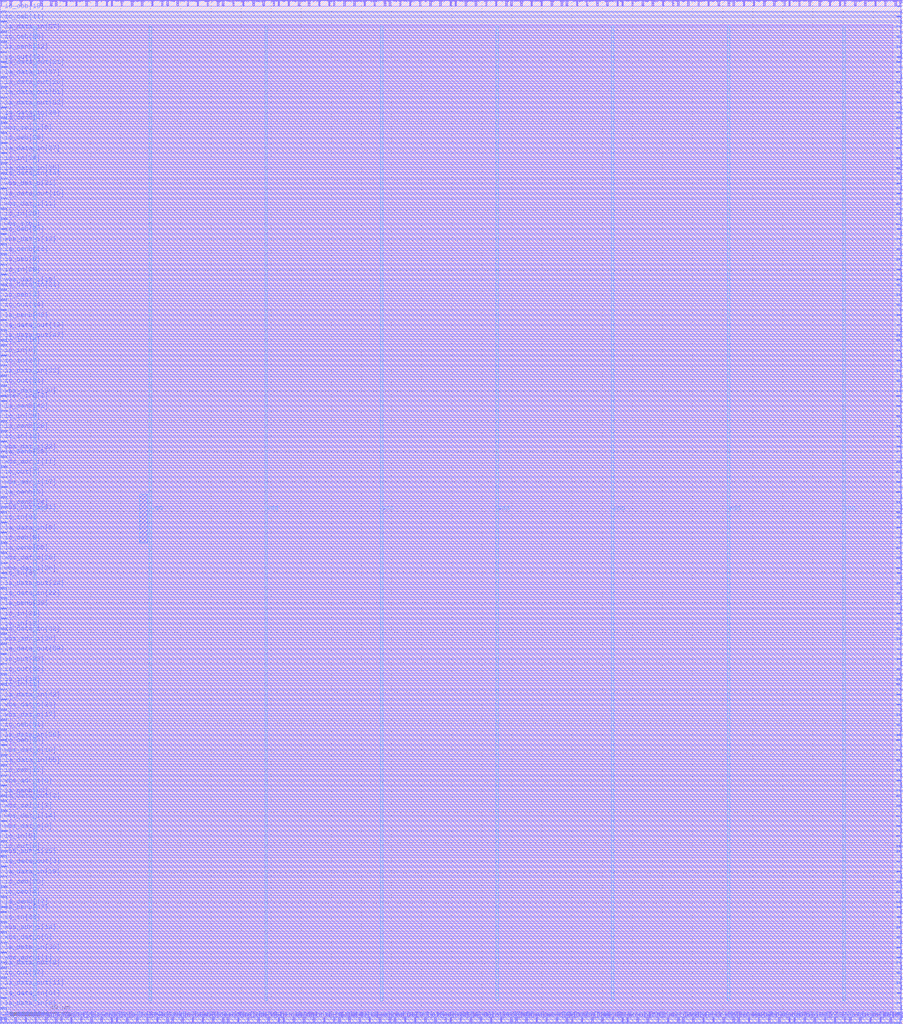
<source format=lef>
VERSION 5.7 ;
  NOWIREEXTENSIONATPIN ON ;
  DIVIDERCHAR "/" ;
  BUSBITCHARS "[]" ;
MACRO tiny_user_project
  CLASS BLOCK ;
  FOREIGN tiny_user_project ;
  ORIGIN 0.000 0.000 ;
  SIZE 600.000 BY 680.000 ;
  PIN io_in[0]
    DIRECTION INPUT ;
    USE SIGNAL ;
    PORT
      LAYER Metal3 ;
        RECT 1.000 443.520 4.000 444.080 ;
    END
  END io_in[0]
  PIN io_in[10]
    DIRECTION INPUT ;
    USE SIGNAL ;
    PORT
      LAYER Metal3 ;
        RECT 1.000 450.240 4.000 450.800 ;
    END
  END io_in[10]
  PIN io_in[11]
    DIRECTION INPUT ;
    USE SIGNAL ;
    PORT
      LAYER Metal3 ;
        RECT 1.000 221.760 4.000 222.320 ;
    END
  END io_in[11]
  PIN io_in[12]
    DIRECTION INPUT ;
    USE SIGNAL ;
    PORT
      LAYER Metal3 ;
        RECT 1.000 386.400 4.000 386.960 ;
    END
  END io_in[12]
  PIN io_in[13]
    DIRECTION INPUT ;
    USE SIGNAL ;
    PORT
      LAYER Metal3 ;
        RECT 1.000 262.080 4.000 262.640 ;
    END
  END io_in[13]
  PIN io_in[14]
    DIRECTION INPUT ;
    USE SIGNAL ;
    PORT
      LAYER Metal3 ;
        RECT 1.000 225.120 4.000 225.680 ;
    END
  END io_in[14]
  PIN io_in[15]
    DIRECTION INPUT ;
    USE SIGNAL ;
    PORT
      LAYER Metal2 ;
        RECT 299.040 676.000 299.600 679.000 ;
    END
  END io_in[15]
  PIN io_in[16]
    DIRECTION INPUT ;
    USE SIGNAL ;
    PORT
      LAYER Metal3 ;
        RECT 596.000 168.000 599.000 168.560 ;
    END
  END io_in[16]
  PIN io_in[17]
    DIRECTION INPUT ;
    USE SIGNAL ;
    PORT
      LAYER Metal3 ;
        RECT 596.000 641.760 599.000 642.320 ;
    END
  END io_in[17]
  PIN io_in[18]
    DIRECTION INPUT ;
    USE SIGNAL ;
    PORT
      LAYER Metal2 ;
        RECT 389.760 676.000 390.320 679.000 ;
    END
  END io_in[18]
  PIN io_in[19]
    DIRECTION INPUT ;
    USE SIGNAL ;
    PORT
      LAYER Metal3 ;
        RECT 596.000 26.880 599.000 27.440 ;
    END
  END io_in[19]
  PIN io_in[1]
    DIRECTION INPUT ;
    USE SIGNAL ;
    PORT
      LAYER Metal2 ;
        RECT 36.960 676.000 37.520 679.000 ;
    END
  END io_in[1]
  PIN io_in[20]
    DIRECTION INPUT ;
    USE SIGNAL ;
    PORT
      LAYER Metal2 ;
        RECT 470.400 676.000 470.960 679.000 ;
    END
  END io_in[20]
  PIN io_in[21]
    DIRECTION INPUT ;
    USE SIGNAL ;
    PORT
      LAYER Metal2 ;
        RECT 450.240 1.000 450.800 4.000 ;
    END
  END io_in[21]
  PIN io_in[22]
    DIRECTION INPUT ;
    USE SIGNAL ;
    PORT
      LAYER Metal2 ;
        RECT 598.080 676.000 598.640 679.000 ;
    END
  END io_in[22]
  PIN io_in[23]
    DIRECTION INPUT ;
    USE SIGNAL ;
    PORT
      LAYER Metal3 ;
        RECT 596.000 594.720 599.000 595.280 ;
    END
  END io_in[23]
  PIN io_in[24]
    DIRECTION INPUT ;
    USE SIGNAL ;
    PORT
      LAYER Metal2 ;
        RECT 527.520 1.000 528.080 4.000 ;
    END
  END io_in[24]
  PIN io_in[25]
    DIRECTION INPUT ;
    USE SIGNAL ;
    PORT
      LAYER Metal2 ;
        RECT 84.000 1.000 84.560 4.000 ;
    END
  END io_in[25]
  PIN io_in[26]
    DIRECTION INPUT ;
    USE SIGNAL ;
    PORT
      LAYER Metal3 ;
        RECT 1.000 534.240 4.000 534.800 ;
    END
  END io_in[26]
  PIN io_in[27]
    DIRECTION INPUT ;
    USE SIGNAL ;
    PORT
      LAYER Metal3 ;
        RECT 1.000 436.800 4.000 437.360 ;
    END
  END io_in[27]
  PIN io_in[28]
    DIRECTION INPUT ;
    USE SIGNAL ;
    PORT
      LAYER Metal3 ;
        RECT 1.000 497.280 4.000 497.840 ;
    END
  END io_in[28]
  PIN io_in[29]
    DIRECTION INPUT ;
    USE SIGNAL ;
    PORT
      LAYER Metal3 ;
        RECT 1.000 399.840 4.000 400.400 ;
    END
  END io_in[29]
  PIN io_in[2]
    DIRECTION INPUT ;
    USE SIGNAL ;
    PORT
      LAYER Metal3 ;
        RECT 596.000 675.360 599.000 675.920 ;
    END
  END io_in[2]
  PIN io_in[30]
    DIRECTION INPUT ;
    USE SIGNAL ;
    PORT
      LAYER Metal2 ;
        RECT 416.640 1.000 417.200 4.000 ;
    END
  END io_in[30]
  PIN io_in[31]
    DIRECTION INPUT ;
    USE SIGNAL ;
    PORT
      LAYER Metal3 ;
        RECT 1.000 268.800 4.000 269.360 ;
    END
  END io_in[31]
  PIN io_in[32]
    DIRECTION INPUT ;
    USE SIGNAL ;
    PORT
      LAYER Metal2 ;
        RECT 540.960 1.000 541.520 4.000 ;
    END
  END io_in[32]
  PIN io_in[33]
    DIRECTION INPUT ;
    USE SIGNAL ;
    PORT
      LAYER Metal3 ;
        RECT 1.000 67.200 4.000 67.760 ;
    END
  END io_in[33]
  PIN io_in[34]
    DIRECTION INPUT ;
    USE SIGNAL ;
    PORT
      LAYER Metal3 ;
        RECT 1.000 571.200 4.000 571.760 ;
    END
  END io_in[34]
  PIN io_in[35]
    DIRECTION INPUT ;
    USE SIGNAL ;
    PORT
      LAYER Metal2 ;
        RECT 530.880 676.000 531.440 679.000 ;
    END
  END io_in[35]
  PIN io_in[36]
    DIRECTION INPUT ;
    USE SIGNAL ;
    PORT
      LAYER Metal3 ;
        RECT 596.000 604.800 599.000 605.360 ;
    END
  END io_in[36]
  PIN io_in[37]
    DIRECTION INPUT ;
    USE SIGNAL ;
    PORT
      LAYER Metal3 ;
        RECT 596.000 527.520 599.000 528.080 ;
    END
  END io_in[37]
  PIN io_in[3]
    DIRECTION INPUT ;
    USE SIGNAL ;
    PORT
      LAYER Metal3 ;
        RECT 596.000 668.640 599.000 669.200 ;
    END
  END io_in[3]
  PIN io_in[4]
    DIRECTION INPUT ;
    USE SIGNAL ;
    PORT
      LAYER Metal3 ;
        RECT 596.000 329.280 599.000 329.840 ;
    END
  END io_in[4]
  PIN io_in[5]
    DIRECTION INPUT ;
    USE SIGNAL ;
    PORT
      LAYER Metal3 ;
        RECT 1.000 120.960 4.000 121.520 ;
    END
  END io_in[5]
  PIN io_in[6]
    DIRECTION INPUT ;
    USE SIGNAL ;
    PORT
      LAYER Metal3 ;
        RECT 596.000 161.280 599.000 161.840 ;
    END
  END io_in[6]
  PIN io_in[7]
    DIRECTION INPUT ;
    USE SIGNAL ;
    PORT
      LAYER Metal2 ;
        RECT 483.840 676.000 484.400 679.000 ;
    END
  END io_in[7]
  PIN io_in[8]
    DIRECTION INPUT ;
    USE SIGNAL ;
    PORT
      LAYER Metal3 ;
        RECT 1.000 295.680 4.000 296.240 ;
    END
  END io_in[8]
  PIN io_in[9]
    DIRECTION INPUT ;
    USE SIGNAL ;
    PORT
      LAYER Metal3 ;
        RECT 1.000 332.640 4.000 333.200 ;
    END
  END io_in[9]
  PIN io_oeb[0]
    DIRECTION OUTPUT TRISTATE ;
    USE SIGNAL ;
    PORT
      LAYER Metal3 ;
        RECT 596.000 490.560 599.000 491.120 ;
    END
  END io_oeb[0]
  PIN io_oeb[10]
    DIRECTION OUTPUT TRISTATE ;
    USE SIGNAL ;
    PORT
      LAYER Metal3 ;
        RECT 596.000 453.600 599.000 454.160 ;
    END
  END io_oeb[10]
  PIN io_oeb[11]
    DIRECTION OUTPUT TRISTATE ;
    USE SIGNAL ;
    PORT
      LAYER Metal3 ;
        RECT 1.000 665.280 4.000 665.840 ;
    END
  END io_oeb[11]
  PIN io_oeb[12]
    DIRECTION OUTPUT TRISTATE ;
    USE SIGNAL ;
    PORT
      LAYER Metal2 ;
        RECT 393.120 1.000 393.680 4.000 ;
    END
  END io_oeb[12]
  PIN io_oeb[13]
    DIRECTION OUTPUT TRISTATE ;
    USE SIGNAL ;
    PORT
      LAYER Metal3 ;
        RECT 1.000 164.640 4.000 165.200 ;
    END
  END io_oeb[13]
  PIN io_oeb[14]
    DIRECTION OUTPUT TRISTATE ;
    USE SIGNAL ;
    PORT
      LAYER Metal2 ;
        RECT 584.640 1.000 585.200 4.000 ;
    END
  END io_oeb[14]
  PIN io_oeb[15]
    DIRECTION OUTPUT TRISTATE ;
    USE SIGNAL ;
    PORT
      LAYER Metal2 ;
        RECT 366.240 676.000 366.800 679.000 ;
    END
  END io_oeb[15]
  PIN io_oeb[16]
    DIRECTION OUTPUT TRISTATE ;
    USE SIGNAL ;
    PORT
      LAYER Metal2 ;
        RECT 184.800 1.000 185.360 4.000 ;
    END
  END io_oeb[16]
  PIN io_oeb[17]
    DIRECTION OUTPUT TRISTATE ;
    USE SIGNAL ;
    PORT
      LAYER Metal2 ;
        RECT 60.480 1.000 61.040 4.000 ;
    END
  END io_oeb[17]
  PIN io_oeb[18]
    DIRECTION OUTPUT TRISTATE ;
    USE SIGNAL ;
    PORT
      LAYER Metal3 ;
        RECT 1.000 672.000 4.000 672.560 ;
    END
  END io_oeb[18]
  PIN io_oeb[19]
    DIRECTION OUTPUT TRISTATE ;
    USE SIGNAL ;
    PORT
      LAYER Metal2 ;
        RECT 184.800 676.000 185.360 679.000 ;
    END
  END io_oeb[19]
  PIN io_oeb[1]
    DIRECTION OUTPUT TRISTATE ;
    USE SIGNAL ;
    PORT
      LAYER Metal2 ;
        RECT 131.040 676.000 131.600 679.000 ;
    END
  END io_oeb[1]
  PIN io_oeb[20]
    DIRECTION OUTPUT TRISTATE ;
    USE SIGNAL ;
    PORT
      LAYER Metal2 ;
        RECT 329.280 676.000 329.840 679.000 ;
    END
  END io_oeb[20]
  PIN io_oeb[21]
    DIRECTION OUTPUT TRISTATE ;
    USE SIGNAL ;
    PORT
      LAYER Metal2 ;
        RECT 547.680 1.000 548.240 4.000 ;
    END
  END io_oeb[21]
  PIN io_oeb[22]
    DIRECTION OUTPUT TRISTATE ;
    USE SIGNAL ;
    PORT
      LAYER Metal3 ;
        RECT 596.000 204.960 599.000 205.520 ;
    END
  END io_oeb[22]
  PIN io_oeb[23]
    DIRECTION OUTPUT TRISTATE ;
    USE SIGNAL ;
    PORT
      LAYER Metal2 ;
        RECT 581.280 676.000 581.840 679.000 ;
    END
  END io_oeb[23]
  PIN io_oeb[24]
    DIRECTION OUTPUT TRISTATE ;
    USE SIGNAL ;
    PORT
      LAYER Metal3 ;
        RECT 1.000 184.800 4.000 185.360 ;
    END
  END io_oeb[24]
  PIN io_oeb[25]
    DIRECTION OUTPUT TRISTATE ;
    USE SIGNAL ;
    PORT
      LAYER Metal3 ;
        RECT 1.000 90.720 4.000 91.280 ;
    END
  END io_oeb[25]
  PIN io_oeb[26]
    DIRECTION OUTPUT TRISTATE ;
    USE SIGNAL ;
    PORT
      LAYER Metal3 ;
        RECT 1.000 584.640 4.000 585.200 ;
    END
  END io_oeb[26]
  PIN io_oeb[27]
    DIRECTION OUTPUT TRISTATE ;
    USE SIGNAL ;
    PORT
      LAYER Metal2 ;
        RECT 534.240 1.000 534.800 4.000 ;
    END
  END io_oeb[27]
  PIN io_oeb[28]
    DIRECTION OUTPUT TRISTATE ;
    USE SIGNAL ;
    PORT
      LAYER Metal3 ;
        RECT 1.000 651.840 4.000 652.400 ;
    END
  END io_oeb[28]
  PIN io_oeb[29]
    DIRECTION OUTPUT TRISTATE ;
    USE SIGNAL ;
    PORT
      LAYER Metal3 ;
        RECT 596.000 366.240 599.000 366.800 ;
    END
  END io_oeb[29]
  PIN io_oeb[2]
    DIRECTION OUTPUT TRISTATE ;
    USE SIGNAL ;
    PORT
      LAYER Metal3 ;
        RECT 596.000 285.600 599.000 286.160 ;
    END
  END io_oeb[2]
  PIN io_oeb[30]
    DIRECTION OUTPUT TRISTATE ;
    USE SIGNAL ;
    PORT
      LAYER Metal3 ;
        RECT 596.000 0.000 599.000 0.560 ;
    END
  END io_oeb[30]
  PIN io_oeb[31]
    DIRECTION OUTPUT TRISTATE ;
    USE SIGNAL ;
    PORT
      LAYER Metal3 ;
        RECT 1.000 194.880 4.000 195.440 ;
    END
  END io_oeb[31]
  PIN io_oeb[32]
    DIRECTION OUTPUT TRISTATE ;
    USE SIGNAL ;
    PORT
      LAYER Metal2 ;
        RECT 520.800 676.000 521.360 679.000 ;
    END
  END io_oeb[32]
  PIN io_oeb[33]
    DIRECTION OUTPUT TRISTATE ;
    USE SIGNAL ;
    PORT
      LAYER Metal3 ;
        RECT 596.000 144.480 599.000 145.040 ;
    END
  END io_oeb[33]
  PIN io_oeb[34]
    DIRECTION OUTPUT TRISTATE ;
    USE SIGNAL ;
    PORT
      LAYER Metal3 ;
        RECT 1.000 524.160 4.000 524.720 ;
    END
  END io_oeb[34]
  PIN io_oeb[35]
    DIRECTION OUTPUT TRISTATE ;
    USE SIGNAL ;
    PORT
      LAYER Metal3 ;
        RECT 596.000 618.240 599.000 618.800 ;
    END
  END io_oeb[35]
  PIN io_oeb[36]
    DIRECTION OUTPUT TRISTATE ;
    USE SIGNAL ;
    PORT
      LAYER Metal2 ;
        RECT 315.840 676.000 316.400 679.000 ;
    END
  END io_oeb[36]
  PIN io_oeb[37]
    DIRECTION OUTPUT TRISTATE ;
    USE SIGNAL ;
    PORT
      LAYER Metal3 ;
        RECT 596.000 299.040 599.000 299.600 ;
    END
  END io_oeb[37]
  PIN io_oeb[3]
    DIRECTION OUTPUT TRISTATE ;
    USE SIGNAL ;
    PORT
      LAYER Metal3 ;
        RECT 1.000 480.480 4.000 481.040 ;
    END
  END io_oeb[3]
  PIN io_oeb[4]
    DIRECTION OUTPUT TRISTATE ;
    USE SIGNAL ;
    PORT
      LAYER Metal3 ;
        RECT 1.000 84.000 4.000 84.560 ;
    END
  END io_oeb[4]
  PIN io_oeb[5]
    DIRECTION OUTPUT TRISTATE ;
    USE SIGNAL ;
    PORT
      LAYER Metal2 ;
        RECT 426.720 676.000 427.280 679.000 ;
    END
  END io_oeb[5]
  PIN io_oeb[6]
    DIRECTION OUTPUT TRISTATE ;
    USE SIGNAL ;
    PORT
      LAYER Metal3 ;
        RECT 1.000 504.000 4.000 504.560 ;
    END
  END io_oeb[6]
  PIN io_oeb[7]
    DIRECTION OUTPUT TRISTATE ;
    USE SIGNAL ;
    PORT
      LAYER Metal2 ;
        RECT 265.440 676.000 266.000 679.000 ;
    END
  END io_oeb[7]
  PIN io_oeb[8]
    DIRECTION OUTPUT TRISTATE ;
    USE SIGNAL ;
    PORT
      LAYER Metal3 ;
        RECT 1.000 319.200 4.000 319.760 ;
    END
  END io_oeb[8]
  PIN io_oeb[9]
    DIRECTION OUTPUT TRISTATE ;
    USE SIGNAL ;
    PORT
      LAYER Metal3 ;
        RECT 596.000 661.920 599.000 662.480 ;
    END
  END io_oeb[9]
  PIN io_out[0]
    DIRECTION OUTPUT TRISTATE ;
    USE SIGNAL ;
    PORT
      LAYER Metal2 ;
        RECT 63.840 676.000 64.400 679.000 ;
    END
  END io_out[0]
  PIN io_out[10]
    DIRECTION OUTPUT TRISTATE ;
    USE SIGNAL ;
    PORT
      LAYER Metal2 ;
        RECT 154.560 676.000 155.120 679.000 ;
    END
  END io_out[10]
  PIN io_out[11]
    DIRECTION OUTPUT TRISTATE ;
    USE SIGNAL ;
    PORT
      LAYER Metal2 ;
        RECT 413.280 1.000 413.840 4.000 ;
    END
  END io_out[11]
  PIN io_out[12]
    DIRECTION OUTPUT TRISTATE ;
    USE SIGNAL ;
    PORT
      LAYER Metal2 ;
        RECT 588.000 676.000 588.560 679.000 ;
    END
  END io_out[12]
  PIN io_out[13]
    DIRECTION OUTPUT TRISTATE ;
    USE SIGNAL ;
    PORT
      LAYER Metal3 ;
        RECT 1.000 638.400 4.000 638.960 ;
    END
  END io_out[13]
  PIN io_out[14]
    DIRECTION OUTPUT TRISTATE ;
    USE SIGNAL ;
    PORT
      LAYER Metal3 ;
        RECT 1.000 473.760 4.000 474.320 ;
    END
  END io_out[14]
  PIN io_out[15]
    DIRECTION OUTPUT TRISTATE ;
    USE SIGNAL ;
    PORT
      LAYER Metal2 ;
        RECT 258.720 1.000 259.280 4.000 ;
    END
  END io_out[15]
  PIN io_out[16]
    DIRECTION OUTPUT TRISTATE ;
    USE SIGNAL ;
    PORT
      LAYER Metal3 ;
        RECT 596.000 574.560 599.000 575.120 ;
    END
  END io_out[16]
  PIN io_out[17]
    DIRECTION OUTPUT TRISTATE ;
    USE SIGNAL ;
    PORT
      LAYER Metal2 ;
        RECT 73.920 1.000 74.480 4.000 ;
    END
  END io_out[17]
  PIN io_out[18]
    DIRECTION OUTPUT TRISTATE ;
    USE SIGNAL ;
    PORT
      LAYER Metal2 ;
        RECT 598.080 1.000 598.640 4.000 ;
    END
  END io_out[18]
  PIN io_out[19]
    DIRECTION OUTPUT TRISTATE ;
    USE SIGNAL ;
    PORT
      LAYER Metal2 ;
        RECT 100.800 676.000 101.360 679.000 ;
    END
  END io_out[19]
  PIN io_out[1]
    DIRECTION OUTPUT TRISTATE ;
    USE SIGNAL ;
    PORT
      LAYER Metal2 ;
        RECT 40.320 1.000 40.880 4.000 ;
    END
  END io_out[1]
  PIN io_out[20]
    DIRECTION OUTPUT TRISTATE ;
    USE SIGNAL ;
    PORT
      LAYER Metal3 ;
        RECT 596.000 100.800 599.000 101.360 ;
    END
  END io_out[20]
  PIN io_out[21]
    DIRECTION OUTPUT TRISTATE ;
    USE SIGNAL ;
    PORT
      LAYER Metal3 ;
        RECT 1.000 423.360 4.000 423.920 ;
    END
  END io_out[21]
  PIN io_out[22]
    DIRECTION OUTPUT TRISTATE ;
    USE SIGNAL ;
    PORT
      LAYER Metal3 ;
        RECT 596.000 181.440 599.000 182.000 ;
    END
  END io_out[22]
  PIN io_out[23]
    DIRECTION OUTPUT TRISTATE ;
    USE SIGNAL ;
    PORT
      LAYER Metal3 ;
        RECT 1.000 238.560 4.000 239.120 ;
    END
  END io_out[23]
  PIN io_out[24]
    DIRECTION OUTPUT TRISTATE ;
    USE SIGNAL ;
    PORT
      LAYER Metal2 ;
        RECT 561.120 1.000 561.680 4.000 ;
    END
  END io_out[24]
  PIN io_out[25]
    DIRECTION OUTPUT TRISTATE ;
    USE SIGNAL ;
    PORT
      LAYER Metal3 ;
        RECT 596.000 57.120 599.000 57.680 ;
    END
  END io_out[25]
  PIN io_out[26]
    DIRECTION OUTPUT TRISTATE ;
    USE SIGNAL ;
    PORT
      LAYER Metal2 ;
        RECT 268.800 1.000 269.360 4.000 ;
    END
  END io_out[26]
  PIN io_out[27]
    DIRECTION OUTPUT TRISTATE ;
    USE SIGNAL ;
    PORT
      LAYER Metal2 ;
        RECT 215.040 1.000 215.600 4.000 ;
    END
  END io_out[27]
  PIN io_out[28]
    DIRECTION OUTPUT TRISTATE ;
    USE SIGNAL ;
    PORT
      LAYER Metal2 ;
        RECT 409.920 676.000 410.480 679.000 ;
    END
  END io_out[28]
  PIN io_out[29]
    DIRECTION OUTPUT TRISTATE ;
    USE SIGNAL ;
    PORT
      LAYER Metal2 ;
        RECT 436.800 1.000 437.360 4.000 ;
    END
  END io_out[29]
  PIN io_out[2]
    DIRECTION OUTPUT TRISTATE ;
    USE SIGNAL ;
    PORT
      LAYER Metal3 ;
        RECT 596.000 265.440 599.000 266.000 ;
    END
  END io_out[2]
  PIN io_out[30]
    DIRECTION OUTPUT TRISTATE ;
    USE SIGNAL ;
    PORT
      LAYER Metal2 ;
        RECT 544.320 676.000 544.880 679.000 ;
    END
  END io_out[30]
  PIN io_out[31]
    DIRECTION OUTPUT TRISTATE ;
    USE SIGNAL ;
    PORT
      LAYER Metal2 ;
        RECT 225.120 1.000 225.680 4.000 ;
    END
  END io_out[31]
  PIN io_out[32]
    DIRECTION OUTPUT TRISTATE ;
    USE SIGNAL ;
    PORT
      LAYER Metal2 ;
        RECT 359.520 676.000 360.080 679.000 ;
    END
  END io_out[32]
  PIN io_out[33]
    DIRECTION OUTPUT TRISTATE ;
    USE SIGNAL ;
    PORT
      LAYER Metal3 ;
        RECT 1.000 231.840 4.000 232.400 ;
    END
  END io_out[33]
  PIN io_out[34]
    DIRECTION OUTPUT TRISTATE ;
    USE SIGNAL ;
    PORT
      LAYER Metal2 ;
        RECT 423.360 1.000 423.920 4.000 ;
    END
  END io_out[34]
  PIN io_out[35]
    DIRECTION OUTPUT TRISTATE ;
    USE SIGNAL ;
    PORT
      LAYER Metal2 ;
        RECT 379.680 1.000 380.240 4.000 ;
    END
  END io_out[35]
  PIN io_out[36]
    DIRECTION OUTPUT TRISTATE ;
    USE SIGNAL ;
    PORT
      LAYER Metal2 ;
        RECT 151.200 1.000 151.760 4.000 ;
    END
  END io_out[36]
  PIN io_out[37]
    DIRECTION OUTPUT TRISTATE ;
    USE SIGNAL ;
    PORT
      LAYER Metal3 ;
        RECT 1.000 30.240 4.000 30.800 ;
    END
  END io_out[37]
  PIN io_out[3]
    DIRECTION OUTPUT TRISTATE ;
    USE SIGNAL ;
    PORT
      LAYER Metal2 ;
        RECT 255.360 676.000 255.920 679.000 ;
    END
  END io_out[3]
  PIN io_out[4]
    DIRECTION OUTPUT TRISTATE ;
    USE SIGNAL ;
    PORT
      LAYER Metal2 ;
        RECT 295.680 1.000 296.240 4.000 ;
    END
  END io_out[4]
  PIN io_out[5]
    DIRECTION OUTPUT TRISTATE ;
    USE SIGNAL ;
    PORT
      LAYER Metal2 ;
        RECT 228.480 676.000 229.040 679.000 ;
    END
  END io_out[5]
  PIN io_out[6]
    DIRECTION OUTPUT TRISTATE ;
    USE SIGNAL ;
    PORT
      LAYER Metal3 ;
        RECT 1.000 114.240 4.000 114.800 ;
    END
  END io_out[6]
  PIN io_out[7]
    DIRECTION OUTPUT TRISTATE ;
    USE SIGNAL ;
    PORT
      LAYER Metal3 ;
        RECT 1.000 362.880 4.000 363.440 ;
    END
  END io_out[7]
  PIN io_out[8]
    DIRECTION OUTPUT TRISTATE ;
    USE SIGNAL ;
    PORT
      LAYER Metal2 ;
        RECT 467.040 1.000 467.600 4.000 ;
    END
  END io_out[8]
  PIN io_out[9]
    DIRECTION OUTPUT TRISTATE ;
    USE SIGNAL ;
    PORT
      LAYER Metal2 ;
        RECT 164.640 1.000 165.200 4.000 ;
    END
  END io_out[9]
  PIN la_data_in[0]
    DIRECTION INPUT ;
    USE SIGNAL ;
    PORT
      LAYER Metal3 ;
        RECT 1.000 325.920 4.000 326.480 ;
    END
  END la_data_in[0]
  PIN la_data_in[10]
    DIRECTION INPUT ;
    USE SIGNAL ;
    PORT
      LAYER Metal3 ;
        RECT 596.000 638.400 599.000 638.960 ;
    END
  END la_data_in[10]
  PIN la_data_in[11]
    DIRECTION INPUT ;
    USE SIGNAL ;
    PORT
      LAYER Metal3 ;
        RECT 596.000 322.560 599.000 323.120 ;
    END
  END la_data_in[11]
  PIN la_data_in[12]
    DIRECTION INPUT ;
    USE SIGNAL ;
    PORT
      LAYER Metal2 ;
        RECT 194.880 1.000 195.440 4.000 ;
    END
  END la_data_in[12]
  PIN la_data_in[13]
    DIRECTION INPUT ;
    USE SIGNAL ;
    PORT
      LAYER Metal2 ;
        RECT 218.400 676.000 218.960 679.000 ;
    END
  END la_data_in[13]
  PIN la_data_in[14]
    DIRECTION INPUT ;
    USE SIGNAL ;
    PORT
      LAYER Metal3 ;
        RECT 1.000 561.120 4.000 561.680 ;
    END
  END la_data_in[14]
  PIN la_data_in[15]
    DIRECTION INPUT ;
    USE SIGNAL ;
    PORT
      LAYER Metal3 ;
        RECT 596.000 500.640 599.000 501.200 ;
    END
  END la_data_in[15]
  PIN la_data_in[16]
    DIRECTION INPUT ;
    USE SIGNAL ;
    PORT
      LAYER Metal2 ;
        RECT 20.160 676.000 20.720 679.000 ;
    END
  END la_data_in[16]
  PIN la_data_in[17]
    DIRECTION INPUT ;
    USE SIGNAL ;
    PORT
      LAYER Metal3 ;
        RECT 596.000 137.760 599.000 138.320 ;
    END
  END la_data_in[17]
  PIN la_data_in[18]
    DIRECTION INPUT ;
    USE SIGNAL ;
    PORT
      LAYER Metal2 ;
        RECT 278.880 676.000 279.440 679.000 ;
    END
  END la_data_in[18]
  PIN la_data_in[19]
    DIRECTION INPUT ;
    USE SIGNAL ;
    PORT
      LAYER Metal3 ;
        RECT 1.000 97.440 4.000 98.000 ;
    END
  END la_data_in[19]
  PIN la_data_in[1]
    DIRECTION INPUT ;
    USE SIGNAL ;
    PORT
      LAYER Metal2 ;
        RECT 107.520 676.000 108.080 679.000 ;
    END
  END la_data_in[1]
  PIN la_data_in[20]
    DIRECTION INPUT ;
    USE SIGNAL ;
    PORT
      LAYER Metal3 ;
        RECT 596.000 174.720 599.000 175.280 ;
    END
  END la_data_in[20]
  PIN la_data_in[21]
    DIRECTION INPUT ;
    USE SIGNAL ;
    PORT
      LAYER Metal3 ;
        RECT 1.000 487.200 4.000 487.760 ;
    END
  END la_data_in[21]
  PIN la_data_in[22]
    DIRECTION INPUT ;
    USE SIGNAL ;
    PORT
      LAYER Metal3 ;
        RECT 1.000 282.240 4.000 282.800 ;
    END
  END la_data_in[22]
  PIN la_data_in[23]
    DIRECTION INPUT ;
    USE SIGNAL ;
    PORT
      LAYER Metal3 ;
        RECT 596.000 520.800 599.000 521.360 ;
    END
  END la_data_in[23]
  PIN la_data_in[24]
    DIRECTION INPUT ;
    USE SIGNAL ;
    PORT
      LAYER Metal2 ;
        RECT 285.600 676.000 286.160 679.000 ;
    END
  END la_data_in[24]
  PIN la_data_in[25]
    DIRECTION INPUT ;
    USE SIGNAL ;
    PORT
      LAYER Metal2 ;
        RECT 94.080 676.000 94.640 679.000 ;
    END
  END la_data_in[25]
  PIN la_data_in[26]
    DIRECTION INPUT ;
    USE SIGNAL ;
    PORT
      LAYER Metal2 ;
        RECT 352.800 676.000 353.360 679.000 ;
    END
  END la_data_in[26]
  PIN la_data_in[27]
    DIRECTION INPUT ;
    USE SIGNAL ;
    PORT
      LAYER Metal3 ;
        RECT 1.000 577.920 4.000 578.480 ;
    END
  END la_data_in[27]
  PIN la_data_in[28]
    DIRECTION INPUT ;
    USE SIGNAL ;
    PORT
      LAYER Metal3 ;
        RECT 1.000 601.440 4.000 602.000 ;
    END
  END la_data_in[28]
  PIN la_data_in[29]
    DIRECTION INPUT ;
    USE SIGNAL ;
    PORT
      LAYER Metal3 ;
        RECT 596.000 198.240 599.000 198.800 ;
    END
  END la_data_in[29]
  PIN la_data_in[2]
    DIRECTION INPUT ;
    USE SIGNAL ;
    PORT
      LAYER Metal2 ;
        RECT 241.920 676.000 242.480 679.000 ;
    END
  END la_data_in[2]
  PIN la_data_in[30]
    DIRECTION INPUT ;
    USE SIGNAL ;
    PORT
      LAYER Metal3 ;
        RECT 1.000 47.040 4.000 47.600 ;
    END
  END la_data_in[30]
  PIN la_data_in[31]
    DIRECTION INPUT ;
    USE SIGNAL ;
    PORT
      LAYER Metal2 ;
        RECT 500.640 676.000 501.200 679.000 ;
    END
  END la_data_in[31]
  PIN la_data_in[32]
    DIRECTION INPUT ;
    USE SIGNAL ;
    PORT
      LAYER Metal3 ;
        RECT 1.000 258.720 4.000 259.280 ;
    END
  END la_data_in[32]
  PIN la_data_in[33]
    DIRECTION INPUT ;
    USE SIGNAL ;
    PORT
      LAYER Metal3 ;
        RECT 1.000 430.080 4.000 430.640 ;
    END
  END la_data_in[33]
  PIN la_data_in[34]
    DIRECTION INPUT ;
    USE SIGNAL ;
    PORT
      LAYER Metal2 ;
        RECT 6.720 676.000 7.280 679.000 ;
    END
  END la_data_in[34]
  PIN la_data_in[35]
    DIRECTION INPUT ;
    USE SIGNAL ;
    PORT
      LAYER Metal3 ;
        RECT 1.000 564.480 4.000 565.040 ;
    END
  END la_data_in[35]
  PIN la_data_in[36]
    DIRECTION INPUT ;
    USE SIGNAL ;
    PORT
      LAYER Metal2 ;
        RECT 453.600 1.000 454.160 4.000 ;
    END
  END la_data_in[36]
  PIN la_data_in[37]
    DIRECTION INPUT ;
    USE SIGNAL ;
    PORT
      LAYER Metal3 ;
        RECT 1.000 628.320 4.000 628.880 ;
    END
  END la_data_in[37]
  PIN la_data_in[38]
    DIRECTION INPUT ;
    USE SIGNAL ;
    PORT
      LAYER Metal2 ;
        RECT 288.960 1.000 289.520 4.000 ;
    END
  END la_data_in[38]
  PIN la_data_in[39]
    DIRECTION INPUT ;
    USE SIGNAL ;
    PORT
      LAYER Metal2 ;
        RECT 309.120 676.000 309.680 679.000 ;
    END
  END la_data_in[39]
  PIN la_data_in[3]
    DIRECTION INPUT ;
    USE SIGNAL ;
    PORT
      LAYER Metal3 ;
        RECT 596.000 389.760 599.000 390.320 ;
    END
  END la_data_in[3]
  PIN la_data_in[40]
    DIRECTION INPUT ;
    USE SIGNAL ;
    PORT
      LAYER Metal2 ;
        RECT 221.760 1.000 222.320 4.000 ;
    END
  END la_data_in[40]
  PIN la_data_in[41]
    DIRECTION INPUT ;
    USE SIGNAL ;
    PORT
      LAYER Metal2 ;
        RECT 305.760 1.000 306.320 4.000 ;
    END
  END la_data_in[41]
  PIN la_data_in[42]
    DIRECTION INPUT ;
    USE SIGNAL ;
    PORT
      LAYER Metal3 ;
        RECT 1.000 215.040 4.000 215.600 ;
    END
  END la_data_in[42]
  PIN la_data_in[43]
    DIRECTION INPUT ;
    USE SIGNAL ;
    PORT
      LAYER Metal2 ;
        RECT 561.120 676.000 561.680 679.000 ;
    END
  END la_data_in[43]
  PIN la_data_in[44]
    DIRECTION INPUT ;
    USE SIGNAL ;
    PORT
      LAYER Metal3 ;
        RECT 596.000 43.680 599.000 44.240 ;
    END
  END la_data_in[44]
  PIN la_data_in[45]
    DIRECTION INPUT ;
    USE SIGNAL ;
    PORT
      LAYER Metal2 ;
        RECT 208.320 1.000 208.880 4.000 ;
    END
  END la_data_in[45]
  PIN la_data_in[46]
    DIRECTION INPUT ;
    USE SIGNAL ;
    PORT
      LAYER Metal3 ;
        RECT 596.000 507.360 599.000 507.920 ;
    END
  END la_data_in[46]
  PIN la_data_in[47]
    DIRECTION INPUT ;
    USE SIGNAL ;
    PORT
      LAYER Metal2 ;
        RECT 399.840 1.000 400.400 4.000 ;
    END
  END la_data_in[47]
  PIN la_data_in[48]
    DIRECTION INPUT ;
    USE SIGNAL ;
    PORT
      LAYER Metal2 ;
        RECT 258.720 676.000 259.280 679.000 ;
    END
  END la_data_in[48]
  PIN la_data_in[49]
    DIRECTION INPUT ;
    USE SIGNAL ;
    PORT
      LAYER Metal2 ;
        RECT 204.960 676.000 205.520 679.000 ;
    END
  END la_data_in[49]
  PIN la_data_in[4]
    DIRECTION INPUT ;
    USE SIGNAL ;
    PORT
      LAYER Metal2 ;
        RECT 13.440 676.000 14.000 679.000 ;
    END
  END la_data_in[4]
  PIN la_data_in[50]
    DIRECTION INPUT ;
    USE SIGNAL ;
    PORT
      LAYER Metal2 ;
        RECT 211.680 676.000 212.240 679.000 ;
    END
  END la_data_in[50]
  PIN la_data_in[51]
    DIRECTION INPUT ;
    USE SIGNAL ;
    PORT
      LAYER Metal2 ;
        RECT 299.040 1.000 299.600 4.000 ;
    END
  END la_data_in[51]
  PIN la_data_in[52]
    DIRECTION INPUT ;
    USE SIGNAL ;
    PORT
      LAYER Metal3 ;
        RECT 596.000 255.360 599.000 255.920 ;
    END
  END la_data_in[52]
  PIN la_data_in[53]
    DIRECTION INPUT ;
    USE SIGNAL ;
    PORT
      LAYER Metal2 ;
        RECT 456.960 676.000 457.520 679.000 ;
    END
  END la_data_in[53]
  PIN la_data_in[54]
    DIRECTION INPUT ;
    USE SIGNAL ;
    PORT
      LAYER Metal2 ;
        RECT 413.280 676.000 413.840 679.000 ;
    END
  END la_data_in[54]
  PIN la_data_in[55]
    DIRECTION INPUT ;
    USE SIGNAL ;
    PORT
      LAYER Metal3 ;
        RECT 1.000 171.360 4.000 171.920 ;
    END
  END la_data_in[55]
  PIN la_data_in[56]
    DIRECTION INPUT ;
    USE SIGNAL ;
    PORT
      LAYER Metal3 ;
        RECT 1.000 188.160 4.000 188.720 ;
    END
  END la_data_in[56]
  PIN la_data_in[57]
    DIRECTION INPUT ;
    USE SIGNAL ;
    PORT
      LAYER Metal3 ;
        RECT 1.000 658.560 4.000 659.120 ;
    END
  END la_data_in[57]
  PIN la_data_in[58]
    DIRECTION INPUT ;
    USE SIGNAL ;
    PORT
      LAYER Metal2 ;
        RECT 231.840 1.000 232.400 4.000 ;
    END
  END la_data_in[58]
  PIN la_data_in[59]
    DIRECTION INPUT ;
    USE SIGNAL ;
    PORT
      LAYER Metal3 ;
        RECT 596.000 624.960 599.000 625.520 ;
    END
  END la_data_in[59]
  PIN la_data_in[5]
    DIRECTION INPUT ;
    USE SIGNAL ;
    PORT
      LAYER Metal2 ;
        RECT 110.880 1.000 111.440 4.000 ;
    END
  END la_data_in[5]
  PIN la_data_in[60]
    DIRECTION INPUT ;
    USE SIGNAL ;
    PORT
      LAYER Metal3 ;
        RECT 596.000 463.680 599.000 464.240 ;
    END
  END la_data_in[60]
  PIN la_data_in[61]
    DIRECTION INPUT ;
    USE SIGNAL ;
    PORT
      LAYER Metal3 ;
        RECT 1.000 16.800 4.000 17.360 ;
    END
  END la_data_in[61]
  PIN la_data_in[62]
    DIRECTION INPUT ;
    USE SIGNAL ;
    PORT
      LAYER Metal2 ;
        RECT 376.320 1.000 376.880 4.000 ;
    END
  END la_data_in[62]
  PIN la_data_in[63]
    DIRECTION INPUT ;
    USE SIGNAL ;
    PORT
      LAYER Metal2 ;
        RECT 124.320 676.000 124.880 679.000 ;
    END
  END la_data_in[63]
  PIN la_data_in[6]
    DIRECTION INPUT ;
    USE SIGNAL ;
    PORT
      LAYER Metal2 ;
        RECT 127.680 1.000 128.240 4.000 ;
    END
  END la_data_in[6]
  PIN la_data_in[7]
    DIRECTION INPUT ;
    USE SIGNAL ;
    PORT
      LAYER Metal3 ;
        RECT 596.000 272.160 599.000 272.720 ;
    END
  END la_data_in[7]
  PIN la_data_in[8]
    DIRECTION INPUT ;
    USE SIGNAL ;
    PORT
      LAYER Metal3 ;
        RECT 1.000 10.080 4.000 10.640 ;
    END
  END la_data_in[8]
  PIN la_data_in[9]
    DIRECTION INPUT ;
    USE SIGNAL ;
    PORT
      LAYER Metal2 ;
        RECT 537.600 676.000 538.160 679.000 ;
    END
  END la_data_in[9]
  PIN la_data_out[0]
    DIRECTION OUTPUT TRISTATE ;
    USE SIGNAL ;
    PORT
      LAYER Metal2 ;
        RECT 514.080 676.000 514.640 679.000 ;
    END
  END la_data_out[0]
  PIN la_data_out[10]
    DIRECTION OUTPUT TRISTATE ;
    USE SIGNAL ;
    PORT
      LAYER Metal3 ;
        RECT 596.000 383.040 599.000 383.600 ;
    END
  END la_data_out[10]
  PIN la_data_out[11]
    DIRECTION OUTPUT TRISTATE ;
    USE SIGNAL ;
    PORT
      LAYER Metal3 ;
        RECT 1.000 23.520 4.000 24.080 ;
    END
  END la_data_out[11]
  PIN la_data_out[12]
    DIRECTION OUTPUT TRISTATE ;
    USE SIGNAL ;
    PORT
      LAYER Metal3 ;
        RECT 1.000 460.320 4.000 460.880 ;
    END
  END la_data_out[12]
  PIN la_data_out[13]
    DIRECTION OUTPUT TRISTATE ;
    USE SIGNAL ;
    PORT
      LAYER Metal2 ;
        RECT 238.560 1.000 239.120 4.000 ;
    END
  END la_data_out[13]
  PIN la_data_out[14]
    DIRECTION OUTPUT TRISTATE ;
    USE SIGNAL ;
    PORT
      LAYER Metal3 ;
        RECT 596.000 302.400 599.000 302.960 ;
    END
  END la_data_out[14]
  PIN la_data_out[15]
    DIRECTION OUTPUT TRISTATE ;
    USE SIGNAL ;
    PORT
      LAYER Metal3 ;
        RECT 1.000 547.680 4.000 548.240 ;
    END
  END la_data_out[15]
  PIN la_data_out[16]
    DIRECTION OUTPUT TRISTATE ;
    USE SIGNAL ;
    PORT
      LAYER Metal3 ;
        RECT 596.000 396.480 599.000 397.040 ;
    END
  END la_data_out[16]
  PIN la_data_out[17]
    DIRECTION OUTPUT TRISTATE ;
    USE SIGNAL ;
    PORT
      LAYER Metal2 ;
        RECT 272.160 676.000 272.720 679.000 ;
    END
  END la_data_out[17]
  PIN la_data_out[18]
    DIRECTION OUTPUT TRISTATE ;
    USE SIGNAL ;
    PORT
      LAYER Metal3 ;
        RECT 596.000 567.840 599.000 568.400 ;
    END
  END la_data_out[18]
  PIN la_data_out[19]
    DIRECTION OUTPUT TRISTATE ;
    USE SIGNAL ;
    PORT
      LAYER Metal2 ;
        RECT 339.360 1.000 339.920 4.000 ;
    END
  END la_data_out[19]
  PIN la_data_out[1]
    DIRECTION OUTPUT TRISTATE ;
    USE SIGNAL ;
    PORT
      LAYER Metal3 ;
        RECT 596.000 339.360 599.000 339.920 ;
    END
  END la_data_out[1]
  PIN la_data_out[20]
    DIRECTION OUTPUT TRISTATE ;
    USE SIGNAL ;
    PORT
      LAYER Metal3 ;
        RECT 596.000 131.040 599.000 131.600 ;
    END
  END la_data_out[20]
  PIN la_data_out[21]
    DIRECTION OUTPUT TRISTATE ;
    USE SIGNAL ;
    PORT
      LAYER Metal3 ;
        RECT 1.000 635.040 4.000 635.600 ;
    END
  END la_data_out[21]
  PIN la_data_out[22]
    DIRECTION OUTPUT TRISTATE ;
    USE SIGNAL ;
    PORT
      LAYER Metal3 ;
        RECT 596.000 440.160 599.000 440.720 ;
    END
  END la_data_out[22]
  PIN la_data_out[23]
    DIRECTION OUTPUT TRISTATE ;
    USE SIGNAL ;
    PORT
      LAYER Metal2 ;
        RECT 188.160 1.000 188.720 4.000 ;
    END
  END la_data_out[23]
  PIN la_data_out[24]
    DIRECTION OUTPUT TRISTATE ;
    USE SIGNAL ;
    PORT
      LAYER Metal3 ;
        RECT 1.000 288.960 4.000 289.520 ;
    END
  END la_data_out[24]
  PIN la_data_out[25]
    DIRECTION OUTPUT TRISTATE ;
    USE SIGNAL ;
    PORT
      LAYER Metal2 ;
        RECT 342.720 1.000 343.280 4.000 ;
    END
  END la_data_out[25]
  PIN la_data_out[26]
    DIRECTION OUTPUT TRISTATE ;
    USE SIGNAL ;
    PORT
      LAYER Metal3 ;
        RECT 1.000 621.600 4.000 622.160 ;
    END
  END la_data_out[26]
  PIN la_data_out[27]
    DIRECTION OUTPUT TRISTATE ;
    USE SIGNAL ;
    PORT
      LAYER Metal2 ;
        RECT 346.080 676.000 346.640 679.000 ;
    END
  END la_data_out[27]
  PIN la_data_out[28]
    DIRECTION OUTPUT TRISTATE ;
    USE SIGNAL ;
    PORT
      LAYER Metal3 ;
        RECT 596.000 551.040 599.000 551.600 ;
    END
  END la_data_out[28]
  PIN la_data_out[29]
    DIRECTION OUTPUT TRISTATE ;
    USE SIGNAL ;
    PORT
      LAYER Metal2 ;
        RECT 275.520 1.000 276.080 4.000 ;
    END
  END la_data_out[29]
  PIN la_data_out[2]
    DIRECTION OUTPUT TRISTATE ;
    USE SIGNAL ;
    PORT
      LAYER Metal3 ;
        RECT 1.000 147.840 4.000 148.400 ;
    END
  END la_data_out[2]
  PIN la_data_out[30]
    DIRECTION OUTPUT TRISTATE ;
    USE SIGNAL ;
    PORT
      LAYER Metal3 ;
        RECT 596.000 336.000 599.000 336.560 ;
    END
  END la_data_out[30]
  PIN la_data_out[31]
    DIRECTION OUTPUT TRISTATE ;
    USE SIGNAL ;
    PORT
      LAYER Metal3 ;
        RECT 596.000 70.560 599.000 71.120 ;
    END
  END la_data_out[31]
  PIN la_data_out[32]
    DIRECTION OUTPUT TRISTATE ;
    USE SIGNAL ;
    PORT
      LAYER Metal2 ;
        RECT 336.000 676.000 336.560 679.000 ;
    END
  END la_data_out[32]
  PIN la_data_out[33]
    DIRECTION OUTPUT TRISTATE ;
    USE SIGNAL ;
    PORT
      LAYER Metal3 ;
        RECT 596.000 154.560 599.000 155.120 ;
    END
  END la_data_out[33]
  PIN la_data_out[34]
    DIRECTION OUTPUT TRISTATE ;
    USE SIGNAL ;
    PORT
      LAYER Metal2 ;
        RECT 312.480 1.000 313.040 4.000 ;
    END
  END la_data_out[34]
  PIN la_data_out[35]
    DIRECTION OUTPUT TRISTATE ;
    USE SIGNAL ;
    PORT
      LAYER Metal2 ;
        RECT 302.400 676.000 302.960 679.000 ;
    END
  END la_data_out[35]
  PIN la_data_out[36]
    DIRECTION OUTPUT TRISTATE ;
    USE SIGNAL ;
    PORT
      LAYER Metal3 ;
        RECT 596.000 557.760 599.000 558.320 ;
    END
  END la_data_out[36]
  PIN la_data_out[37]
    DIRECTION OUTPUT TRISTATE ;
    USE SIGNAL ;
    PORT
      LAYER Metal3 ;
        RECT 596.000 292.320 599.000 292.880 ;
    END
  END la_data_out[37]
  PIN la_data_out[38]
    DIRECTION OUTPUT TRISTATE ;
    USE SIGNAL ;
    PORT
      LAYER Metal3 ;
        RECT 596.000 50.400 599.000 50.960 ;
    END
  END la_data_out[38]
  PIN la_data_out[39]
    DIRECTION OUTPUT TRISTATE ;
    USE SIGNAL ;
    PORT
      LAYER Metal3 ;
        RECT 596.000 124.320 599.000 124.880 ;
    END
  END la_data_out[39]
  PIN la_data_out[3]
    DIRECTION OUTPUT TRISTATE ;
    USE SIGNAL ;
    PORT
      LAYER Metal3 ;
        RECT 1.000 104.160 4.000 104.720 ;
    END
  END la_data_out[3]
  PIN la_data_out[40]
    DIRECTION OUTPUT TRISTATE ;
    USE SIGNAL ;
    PORT
      LAYER Metal3 ;
        RECT 596.000 20.160 599.000 20.720 ;
    END
  END la_data_out[40]
  PIN la_data_out[41]
    DIRECTION OUTPUT TRISTATE ;
    USE SIGNAL ;
    PORT
      LAYER Metal3 ;
        RECT 596.000 235.200 599.000 235.760 ;
    END
  END la_data_out[41]
  PIN la_data_out[42]
    DIRECTION OUTPUT TRISTATE ;
    USE SIGNAL ;
    PORT
      LAYER Metal3 ;
        RECT 596.000 581.280 599.000 581.840 ;
    END
  END la_data_out[42]
  PIN la_data_out[43]
    DIRECTION OUTPUT TRISTATE ;
    USE SIGNAL ;
    PORT
      LAYER Metal2 ;
        RECT 36.960 1.000 37.520 4.000 ;
    END
  END la_data_out[43]
  PIN la_data_out[44]
    DIRECTION OUTPUT TRISTATE ;
    USE SIGNAL ;
    PORT
      LAYER Metal2 ;
        RECT 262.080 1.000 262.640 4.000 ;
    END
  END la_data_out[44]
  PIN la_data_out[45]
    DIRECTION OUTPUT TRISTATE ;
    USE SIGNAL ;
    PORT
      LAYER Metal2 ;
        RECT 57.120 676.000 57.680 679.000 ;
    END
  END la_data_out[45]
  PIN la_data_out[46]
    DIRECTION OUTPUT TRISTATE ;
    USE SIGNAL ;
    PORT
      LAYER Metal2 ;
        RECT 50.400 676.000 50.960 679.000 ;
    END
  END la_data_out[46]
  PIN la_data_out[47]
    DIRECTION OUTPUT TRISTATE ;
    USE SIGNAL ;
    PORT
      LAYER Metal3 ;
        RECT 1.000 453.600 4.000 454.160 ;
    END
  END la_data_out[47]
  PIN la_data_out[48]
    DIRECTION OUTPUT TRISTATE ;
    USE SIGNAL ;
    PORT
      LAYER Metal2 ;
        RECT 147.840 1.000 148.400 4.000 ;
    END
  END la_data_out[48]
  PIN la_data_out[49]
    DIRECTION OUTPUT TRISTATE ;
    USE SIGNAL ;
    PORT
      LAYER Metal2 ;
        RECT 577.920 1.000 578.480 4.000 ;
    END
  END la_data_out[49]
  PIN la_data_out[4]
    DIRECTION OUTPUT TRISTATE ;
    USE SIGNAL ;
    PORT
      LAYER Metal2 ;
        RECT 322.560 676.000 323.120 679.000 ;
    END
  END la_data_out[4]
  PIN la_data_out[50]
    DIRECTION OUTPUT TRISTATE ;
    USE SIGNAL ;
    PORT
      LAYER Metal2 ;
        RECT 181.440 676.000 182.000 679.000 ;
    END
  END la_data_out[50]
  PIN la_data_out[51]
    DIRECTION OUTPUT TRISTATE ;
    USE SIGNAL ;
    PORT
      LAYER Metal3 ;
        RECT 1.000 614.880 4.000 615.440 ;
    END
  END la_data_out[51]
  PIN la_data_out[52]
    DIRECTION OUTPUT TRISTATE ;
    USE SIGNAL ;
    PORT
      LAYER Metal3 ;
        RECT 596.000 80.640 599.000 81.200 ;
    END
  END la_data_out[52]
  PIN la_data_out[53]
    DIRECTION OUTPUT TRISTATE ;
    USE SIGNAL ;
    PORT
      LAYER Metal3 ;
        RECT 1.000 608.160 4.000 608.720 ;
    END
  END la_data_out[53]
  PIN la_data_out[54]
    DIRECTION OUTPUT TRISTATE ;
    USE SIGNAL ;
    PORT
      LAYER Metal3 ;
        RECT 596.000 477.120 599.000 477.680 ;
    END
  END la_data_out[54]
  PIN la_data_out[55]
    DIRECTION OUTPUT TRISTATE ;
    USE SIGNAL ;
    PORT
      LAYER Metal2 ;
        RECT 198.240 676.000 198.800 679.000 ;
    END
  END la_data_out[55]
  PIN la_data_out[56]
    DIRECTION OUTPUT TRISTATE ;
    USE SIGNAL ;
    PORT
      LAYER Metal3 ;
        RECT 596.000 191.520 599.000 192.080 ;
    END
  END la_data_out[56]
  PIN la_data_out[57]
    DIRECTION OUTPUT TRISTATE ;
    USE SIGNAL ;
    PORT
      LAYER Metal2 ;
        RECT 446.880 676.000 447.440 679.000 ;
    END
  END la_data_out[57]
  PIN la_data_out[58]
    DIRECTION OUTPUT TRISTATE ;
    USE SIGNAL ;
    PORT
      LAYER Metal3 ;
        RECT 596.000 483.840 599.000 484.400 ;
    END
  END la_data_out[58]
  PIN la_data_out[59]
    DIRECTION OUTPUT TRISTATE ;
    USE SIGNAL ;
    PORT
      LAYER Metal3 ;
        RECT 1.000 245.280 4.000 245.840 ;
    END
  END la_data_out[59]
  PIN la_data_out[5]
    DIRECTION OUTPUT TRISTATE ;
    USE SIGNAL ;
    PORT
      LAYER Metal3 ;
        RECT 596.000 420.000 599.000 420.560 ;
    END
  END la_data_out[5]
  PIN la_data_out[60]
    DIRECTION OUTPUT TRISTATE ;
    USE SIGNAL ;
    PORT
      LAYER Metal2 ;
        RECT 477.120 676.000 477.680 679.000 ;
    END
  END la_data_out[60]
  PIN la_data_out[61]
    DIRECTION OUTPUT TRISTATE ;
    USE SIGNAL ;
    PORT
      LAYER Metal2 ;
        RECT 171.360 1.000 171.920 4.000 ;
    END
  END la_data_out[61]
  PIN la_data_out[62]
    DIRECTION OUTPUT TRISTATE ;
    USE SIGNAL ;
    PORT
      LAYER Metal2 ;
        RECT 554.400 1.000 554.960 4.000 ;
    END
  END la_data_out[62]
  PIN la_data_out[63]
    DIRECTION OUTPUT TRISTATE ;
    USE SIGNAL ;
    PORT
      LAYER Metal3 ;
        RECT 596.000 87.360 599.000 87.920 ;
    END
  END la_data_out[63]
  PIN la_data_out[6]
    DIRECTION OUTPUT TRISTATE ;
    USE SIGNAL ;
    PORT
      LAYER Metal3 ;
        RECT 596.000 225.120 599.000 225.680 ;
    END
  END la_data_out[6]
  PIN la_data_out[7]
    DIRECTION OUTPUT TRISTATE ;
    USE SIGNAL ;
    PORT
      LAYER Metal2 ;
        RECT 574.560 676.000 575.120 679.000 ;
    END
  END la_data_out[7]
  PIN la_data_out[8]
    DIRECTION OUTPUT TRISTATE ;
    USE SIGNAL ;
    PORT
      LAYER Metal3 ;
        RECT 1.000 36.960 4.000 37.520 ;
    END
  END la_data_out[8]
  PIN la_data_out[9]
    DIRECTION OUTPUT TRISTATE ;
    USE SIGNAL ;
    PORT
      LAYER Metal3 ;
        RECT 596.000 346.080 599.000 346.640 ;
    END
  END la_data_out[9]
  PIN la_oenb[0]
    DIRECTION INPUT ;
    USE SIGNAL ;
    PORT
      LAYER Metal3 ;
        RECT 596.000 278.880 599.000 279.440 ;
    END
  END la_oenb[0]
  PIN la_oenb[10]
    DIRECTION INPUT ;
    USE SIGNAL ;
    PORT
      LAYER Metal3 ;
        RECT 596.000 493.920 599.000 494.480 ;
    END
  END la_oenb[10]
  PIN la_oenb[11]
    DIRECTION INPUT ;
    USE SIGNAL ;
    PORT
      LAYER Metal3 ;
        RECT 596.000 403.200 599.000 403.760 ;
    END
  END la_oenb[11]
  PIN la_oenb[12]
    DIRECTION INPUT ;
    USE SIGNAL ;
    PORT
      LAYER Metal3 ;
        RECT 1.000 645.120 4.000 645.680 ;
    END
  END la_oenb[12]
  PIN la_oenb[13]
    DIRECTION INPUT ;
    USE SIGNAL ;
    PORT
      LAYER Metal3 ;
        RECT 1.000 510.720 4.000 511.280 ;
    END
  END la_oenb[13]
  PIN la_oenb[14]
    DIRECTION INPUT ;
    USE SIGNAL ;
    PORT
      LAYER Metal2 ;
        RECT 473.760 1.000 474.320 4.000 ;
    END
  END la_oenb[14]
  PIN la_oenb[15]
    DIRECTION INPUT ;
    USE SIGNAL ;
    PORT
      LAYER Metal2 ;
        RECT 564.480 1.000 565.040 4.000 ;
    END
  END la_oenb[15]
  PIN la_oenb[16]
    DIRECTION INPUT ;
    USE SIGNAL ;
    PORT
      LAYER Metal2 ;
        RECT 90.720 1.000 91.280 4.000 ;
    END
  END la_oenb[16]
  PIN la_oenb[17]
    DIRECTION INPUT ;
    USE SIGNAL ;
    PORT
      LAYER Metal3 ;
        RECT 1.000 77.280 4.000 77.840 ;
    END
  END la_oenb[17]
  PIN la_oenb[18]
    DIRECTION INPUT ;
    USE SIGNAL ;
    PORT
      LAYER Metal2 ;
        RECT 0.000 676.000 0.560 679.000 ;
    END
  END la_oenb[18]
  PIN la_oenb[19]
    DIRECTION INPUT ;
    USE SIGNAL ;
    PORT
      LAYER Metal3 ;
        RECT 596.000 94.080 599.000 94.640 ;
    END
  END la_oenb[19]
  PIN la_oenb[1]
    DIRECTION INPUT ;
    USE SIGNAL ;
    PORT
      LAYER Metal2 ;
        RECT 80.640 676.000 81.200 679.000 ;
    END
  END la_oenb[1]
  PIN la_oenb[20]
    DIRECTION INPUT ;
    USE SIGNAL ;
    PORT
      LAYER Metal3 ;
        RECT 1.000 376.320 4.000 376.880 ;
    END
  END la_oenb[20]
  PIN la_oenb[21]
    DIRECTION INPUT ;
    USE SIGNAL ;
    PORT
      LAYER Metal2 ;
        RECT 221.760 676.000 222.320 679.000 ;
    END
  END la_oenb[21]
  PIN la_oenb[22]
    DIRECTION INPUT ;
    USE SIGNAL ;
    PORT
      LAYER Metal2 ;
        RECT 433.440 676.000 434.000 679.000 ;
    END
  END la_oenb[22]
  PIN la_oenb[23]
    DIRECTION INPUT ;
    USE SIGNAL ;
    PORT
      LAYER Metal2 ;
        RECT 178.080 1.000 178.640 4.000 ;
    END
  END la_oenb[23]
  PIN la_oenb[24]
    DIRECTION INPUT ;
    USE SIGNAL ;
    PORT
      LAYER Metal3 ;
        RECT 596.000 433.440 599.000 434.000 ;
    END
  END la_oenb[24]
  PIN la_oenb[25]
    DIRECTION INPUT ;
    USE SIGNAL ;
    PORT
      LAYER Metal2 ;
        RECT 571.200 1.000 571.760 4.000 ;
    END
  END la_oenb[25]
  PIN la_oenb[26]
    DIRECTION INPUT ;
    USE SIGNAL ;
    PORT
      LAYER Metal2 ;
        RECT 87.360 676.000 87.920 679.000 ;
    END
  END la_oenb[26]
  PIN la_oenb[27]
    DIRECTION INPUT ;
    USE SIGNAL ;
    PORT
      LAYER Metal2 ;
        RECT 114.240 1.000 114.800 4.000 ;
    END
  END la_oenb[27]
  PIN la_oenb[28]
    DIRECTION INPUT ;
    USE SIGNAL ;
    PORT
      LAYER Metal3 ;
        RECT 1.000 393.120 4.000 393.680 ;
    END
  END la_oenb[28]
  PIN la_oenb[29]
    DIRECTION INPUT ;
    USE SIGNAL ;
    PORT
      LAYER Metal3 ;
        RECT 596.000 648.480 599.000 649.040 ;
    END
  END la_oenb[29]
  PIN la_oenb[2]
    DIRECTION INPUT ;
    USE SIGNAL ;
    PORT
      LAYER Metal2 ;
        RECT 594.720 676.000 595.280 679.000 ;
    END
  END la_oenb[2]
  PIN la_oenb[30]
    DIRECTION INPUT ;
    USE SIGNAL ;
    PORT
      LAYER Metal3 ;
        RECT 596.000 588.000 599.000 588.560 ;
    END
  END la_oenb[30]
  PIN la_oenb[31]
    DIRECTION INPUT ;
    USE SIGNAL ;
    PORT
      LAYER Metal2 ;
        RECT 235.200 676.000 235.760 679.000 ;
    END
  END la_oenb[31]
  PIN la_oenb[32]
    DIRECTION INPUT ;
    USE SIGNAL ;
    PORT
      LAYER Metal3 ;
        RECT 596.000 564.480 599.000 565.040 ;
    END
  END la_oenb[32]
  PIN la_oenb[33]
    DIRECTION INPUT ;
    USE SIGNAL ;
    PORT
      LAYER Metal2 ;
        RECT 325.920 1.000 326.480 4.000 ;
    END
  END la_oenb[33]
  PIN la_oenb[34]
    DIRECTION INPUT ;
    USE SIGNAL ;
    PORT
      LAYER Metal2 ;
        RECT 70.560 676.000 71.120 679.000 ;
    END
  END la_oenb[34]
  PIN la_oenb[35]
    DIRECTION INPUT ;
    USE SIGNAL ;
    PORT
      LAYER Metal2 ;
        RECT 16.800 1.000 17.360 4.000 ;
    END
  END la_oenb[35]
  PIN la_oenb[36]
    DIRECTION INPUT ;
    USE SIGNAL ;
    PORT
      LAYER Metal2 ;
        RECT 3.360 1.000 3.920 4.000 ;
    END
  END la_oenb[36]
  PIN la_oenb[37]
    DIRECTION INPUT ;
    USE SIGNAL ;
    PORT
      LAYER Metal2 ;
        RECT 43.680 676.000 44.240 679.000 ;
    END
  END la_oenb[37]
  PIN la_oenb[38]
    DIRECTION INPUT ;
    USE SIGNAL ;
    PORT
      LAYER Metal2 ;
        RECT 332.640 1.000 333.200 4.000 ;
    END
  END la_oenb[38]
  PIN la_oenb[39]
    DIRECTION INPUT ;
    USE SIGNAL ;
    PORT
      LAYER Metal3 ;
        RECT 1.000 275.520 4.000 276.080 ;
    END
  END la_oenb[39]
  PIN la_oenb[3]
    DIRECTION INPUT ;
    USE SIGNAL ;
    PORT
      LAYER Metal3 ;
        RECT 1.000 349.440 4.000 350.000 ;
    END
  END la_oenb[3]
  PIN la_oenb[40]
    DIRECTION INPUT ;
    USE SIGNAL ;
    PORT
      LAYER Metal3 ;
        RECT 596.000 117.600 599.000 118.160 ;
    END
  END la_oenb[40]
  PIN la_oenb[41]
    DIRECTION INPUT ;
    USE SIGNAL ;
    PORT
      LAYER Metal2 ;
        RECT 191.520 676.000 192.080 679.000 ;
    END
  END la_oenb[41]
  PIN la_oenb[42]
    DIRECTION INPUT ;
    USE SIGNAL ;
    PORT
      LAYER Metal3 ;
        RECT 1.000 406.560 4.000 407.120 ;
    END
  END la_oenb[42]
  PIN la_oenb[43]
    DIRECTION INPUT ;
    USE SIGNAL ;
    PORT
      LAYER Metal2 ;
        RECT 120.960 1.000 121.520 4.000 ;
    END
  END la_oenb[43]
  PIN la_oenb[44]
    DIRECTION INPUT ;
    USE SIGNAL ;
    PORT
      LAYER Metal2 ;
        RECT 282.240 1.000 282.800 4.000 ;
    END
  END la_oenb[44]
  PIN la_oenb[45]
    DIRECTION INPUT ;
    USE SIGNAL ;
    PORT
      LAYER Metal2 ;
        RECT 487.200 676.000 487.760 679.000 ;
    END
  END la_oenb[45]
  PIN la_oenb[46]
    DIRECTION INPUT ;
    USE SIGNAL ;
    PORT
      LAYER Metal2 ;
        RECT 510.720 1.000 511.280 4.000 ;
    END
  END la_oenb[46]
  PIN la_oenb[47]
    DIRECTION INPUT ;
    USE SIGNAL ;
    PORT
      LAYER Metal3 ;
        RECT 1.000 73.920 4.000 74.480 ;
    END
  END la_oenb[47]
  PIN la_oenb[48]
    DIRECTION INPUT ;
    USE SIGNAL ;
    PORT
      LAYER Metal3 ;
        RECT 1.000 467.040 4.000 467.600 ;
    END
  END la_oenb[48]
  PIN la_oenb[49]
    DIRECTION INPUT ;
    USE SIGNAL ;
    PORT
      LAYER Metal3 ;
        RECT 1.000 3.360 4.000 3.920 ;
    END
  END la_oenb[49]
  PIN la_oenb[4]
    DIRECTION INPUT ;
    USE SIGNAL ;
    PORT
      LAYER Metal3 ;
        RECT 1.000 598.080 4.000 598.640 ;
    END
  END la_oenb[4]
  PIN la_oenb[50]
    DIRECTION INPUT ;
    USE SIGNAL ;
    PORT
      LAYER Metal2 ;
        RECT 490.560 1.000 491.120 4.000 ;
    END
  END la_oenb[50]
  PIN la_oenb[51]
    DIRECTION INPUT ;
    USE SIGNAL ;
    PORT
      LAYER Metal2 ;
        RECT 168.000 676.000 168.560 679.000 ;
    END
  END la_oenb[51]
  PIN la_oenb[52]
    DIRECTION INPUT ;
    USE SIGNAL ;
    PORT
      LAYER Metal3 ;
        RECT 596.000 33.600 599.000 34.160 ;
    END
  END la_oenb[52]
  PIN la_oenb[53]
    DIRECTION INPUT ;
    USE SIGNAL ;
    PORT
      LAYER Metal3 ;
        RECT 596.000 446.880 599.000 447.440 ;
    END
  END la_oenb[53]
  PIN la_oenb[54]
    DIRECTION INPUT ;
    USE SIGNAL ;
    PORT
      LAYER Metal3 ;
        RECT 1.000 342.720 4.000 343.280 ;
    END
  END la_oenb[54]
  PIN la_oenb[55]
    DIRECTION INPUT ;
    USE SIGNAL ;
    PORT
      LAYER Metal3 ;
        RECT 596.000 372.960 599.000 373.520 ;
    END
  END la_oenb[55]
  PIN la_oenb[56]
    DIRECTION INPUT ;
    USE SIGNAL ;
    PORT
      LAYER Metal2 ;
        RECT 487.200 1.000 487.760 4.000 ;
    END
  END la_oenb[56]
  PIN la_oenb[57]
    DIRECTION INPUT ;
    USE SIGNAL ;
    PORT
      LAYER Metal2 ;
        RECT 524.160 676.000 524.720 679.000 ;
    END
  END la_oenb[57]
  PIN la_oenb[58]
    DIRECTION INPUT ;
    USE SIGNAL ;
    PORT
      LAYER Metal3 ;
        RECT 596.000 107.520 599.000 108.080 ;
    END
  END la_oenb[58]
  PIN la_oenb[59]
    DIRECTION INPUT ;
    USE SIGNAL ;
    PORT
      LAYER Metal2 ;
        RECT 339.360 676.000 339.920 679.000 ;
    END
  END la_oenb[59]
  PIN la_oenb[5]
    DIRECTION INPUT ;
    USE SIGNAL ;
    PORT
      LAYER Metal2 ;
        RECT 591.360 1.000 591.920 4.000 ;
    END
  END la_oenb[5]
  PIN la_oenb[60]
    DIRECTION INPUT ;
    USE SIGNAL ;
    PORT
      LAYER Metal3 ;
        RECT 1.000 312.480 4.000 313.040 ;
    END
  END la_oenb[60]
  PIN la_oenb[61]
    DIRECTION INPUT ;
    USE SIGNAL ;
    PORT
      LAYER Metal2 ;
        RECT 77.280 1.000 77.840 4.000 ;
    END
  END la_oenb[61]
  PIN la_oenb[62]
    DIRECTION INPUT ;
    USE SIGNAL ;
    PORT
      LAYER Metal3 ;
        RECT 596.000 359.520 599.000 360.080 ;
    END
  END la_oenb[62]
  PIN la_oenb[63]
    DIRECTION INPUT ;
    USE SIGNAL ;
    PORT
      LAYER Metal3 ;
        RECT 1.000 151.200 4.000 151.760 ;
    END
  END la_oenb[63]
  PIN la_oenb[6]
    DIRECTION INPUT ;
    USE SIGNAL ;
    PORT
      LAYER Metal3 ;
        RECT 596.000 456.960 599.000 457.520 ;
    END
  END la_oenb[6]
  PIN la_oenb[7]
    DIRECTION INPUT ;
    USE SIGNAL ;
    PORT
      LAYER Metal2 ;
        RECT 157.920 1.000 158.480 4.000 ;
    END
  END la_oenb[7]
  PIN la_oenb[8]
    DIRECTION INPUT ;
    USE SIGNAL ;
    PORT
      LAYER Metal3 ;
        RECT 596.000 6.720 599.000 7.280 ;
    END
  END la_oenb[8]
  PIN la_oenb[9]
    DIRECTION INPUT ;
    USE SIGNAL ;
    PORT
      LAYER Metal2 ;
        RECT 144.480 676.000 145.040 679.000 ;
    END
  END la_oenb[9]
  PIN user_clock2
    DIRECTION INPUT ;
    USE SIGNAL ;
    PORT
      LAYER Metal2 ;
        RECT 507.360 676.000 507.920 679.000 ;
    END
  END user_clock2
  PIN user_irq[0]
    DIRECTION OUTPUT TRISTATE ;
    USE SIGNAL ;
    PORT
      LAYER Metal3 ;
        RECT 596.000 530.880 599.000 531.440 ;
    END
  END user_irq[0]
  PIN user_irq[1]
    DIRECTION OUTPUT TRISTATE ;
    USE SIGNAL ;
    PORT
      LAYER Metal2 ;
        RECT 117.600 676.000 118.160 679.000 ;
    END
  END user_irq[1]
  PIN user_irq[2]
    DIRECTION OUTPUT TRISTATE ;
    USE SIGNAL ;
    PORT
      LAYER Metal3 ;
        RECT 1.000 413.280 4.000 413.840 ;
    END
  END user_irq[2]
  PIN vdd
    DIRECTION INOUT ;
    USE POWER ;
    PORT
      LAYER Metal4 ;
        RECT 22.240 15.380 23.840 662.780 ;
    END
    PORT
      LAYER Metal4 ;
        RECT 175.840 15.380 177.440 662.780 ;
    END
    PORT
      LAYER Metal4 ;
        RECT 329.440 15.380 331.040 662.780 ;
    END
    PORT
      LAYER Metal4 ;
        RECT 483.040 15.380 484.640 662.780 ;
    END
  END vdd
  PIN vss
    DIRECTION INOUT ;
    USE GROUND ;
    PORT
      LAYER Metal4 ;
        RECT 99.040 15.380 100.640 662.780 ;
    END
    PORT
      LAYER Metal4 ;
        RECT 252.640 15.380 254.240 662.780 ;
    END
    PORT
      LAYER Metal4 ;
        RECT 406.240 15.380 407.840 662.780 ;
    END
    PORT
      LAYER Metal4 ;
        RECT 559.840 15.380 561.440 662.780 ;
    END
  END vss
  PIN wb_clk_i
    DIRECTION INPUT ;
    USE SIGNAL ;
    PORT
      LAYER Metal3 ;
        RECT 596.000 151.200 599.000 151.760 ;
    END
  END wb_clk_i
  PIN wb_rst_i
    DIRECTION INPUT ;
    USE SIGNAL ;
    PORT
      LAYER Metal2 ;
        RECT 73.920 676.000 74.480 679.000 ;
    END
  END wb_rst_i
  PIN wbs_ack_o
    DIRECTION OUTPUT TRISTATE ;
    USE SIGNAL ;
    PORT
      LAYER Metal3 ;
        RECT 596.000 262.080 599.000 262.640 ;
    END
  END wbs_ack_o
  PIN wbs_adr_i[0]
    DIRECTION INPUT ;
    USE SIGNAL ;
    PORT
      LAYER Metal2 ;
        RECT 383.040 676.000 383.600 679.000 ;
    END
  END wbs_adr_i[0]
  PIN wbs_adr_i[10]
    DIRECTION INPUT ;
    USE SIGNAL ;
    PORT
      LAYER Metal2 ;
        RECT 248.640 676.000 249.200 679.000 ;
    END
  END wbs_adr_i[10]
  PIN wbs_adr_i[11]
    DIRECTION INPUT ;
    USE SIGNAL ;
    PORT
      LAYER Metal3 ;
        RECT 1.000 369.600 4.000 370.160 ;
    END
  END wbs_adr_i[11]
  PIN wbs_adr_i[12]
    DIRECTION INPUT ;
    USE SIGNAL ;
    PORT
      LAYER Metal2 ;
        RECT 53.760 1.000 54.320 4.000 ;
    END
  END wbs_adr_i[12]
  PIN wbs_adr_i[13]
    DIRECTION INPUT ;
    USE SIGNAL ;
    PORT
      LAYER Metal2 ;
        RECT 356.160 1.000 356.720 4.000 ;
    END
  END wbs_adr_i[13]
  PIN wbs_adr_i[14]
    DIRECTION INPUT ;
    USE SIGNAL ;
    PORT
      LAYER Metal3 ;
        RECT 1.000 60.480 4.000 61.040 ;
    END
  END wbs_adr_i[14]
  PIN wbs_adr_i[15]
    DIRECTION INPUT ;
    USE SIGNAL ;
    PORT
      LAYER Metal3 ;
        RECT 596.000 470.400 599.000 470.960 ;
    END
  END wbs_adr_i[15]
  PIN wbs_adr_i[16]
    DIRECTION INPUT ;
    USE SIGNAL ;
    PORT
      LAYER Metal2 ;
        RECT 406.560 1.000 407.120 4.000 ;
    END
  END wbs_adr_i[16]
  PIN wbs_adr_i[17]
    DIRECTION INPUT ;
    USE SIGNAL ;
    PORT
      LAYER Metal3 ;
        RECT 1.000 356.160 4.000 356.720 ;
    END
  END wbs_adr_i[17]
  PIN wbs_adr_i[18]
    DIRECTION INPUT ;
    USE SIGNAL ;
    PORT
      LAYER Metal3 ;
        RECT 596.000 241.920 599.000 242.480 ;
    END
  END wbs_adr_i[18]
  PIN wbs_adr_i[19]
    DIRECTION INPUT ;
    USE SIGNAL ;
    PORT
      LAYER Metal3 ;
        RECT 596.000 13.440 599.000 14.000 ;
    END
  END wbs_adr_i[19]
  PIN wbs_adr_i[1]
    DIRECTION INPUT ;
    USE SIGNAL ;
    PORT
      LAYER Metal3 ;
        RECT 1.000 40.320 4.000 40.880 ;
    END
  END wbs_adr_i[1]
  PIN wbs_adr_i[20]
    DIRECTION INPUT ;
    USE SIGNAL ;
    PORT
      LAYER Metal2 ;
        RECT 557.760 676.000 558.320 679.000 ;
    END
  END wbs_adr_i[20]
  PIN wbs_adr_i[21]
    DIRECTION INPUT ;
    USE SIGNAL ;
    PORT
      LAYER Metal2 ;
        RECT 362.880 1.000 363.440 4.000 ;
    END
  END wbs_adr_i[21]
  PIN wbs_adr_i[22]
    DIRECTION INPUT ;
    USE SIGNAL ;
    PORT
      LAYER Metal2 ;
        RECT 517.440 1.000 518.000 4.000 ;
    END
  END wbs_adr_i[22]
  PIN wbs_adr_i[23]
    DIRECTION INPUT ;
    USE SIGNAL ;
    PORT
      LAYER Metal3 ;
        RECT 596.000 188.160 599.000 188.720 ;
    END
  END wbs_adr_i[23]
  PIN wbs_adr_i[24]
    DIRECTION INPUT ;
    USE SIGNAL ;
    PORT
      LAYER Metal2 ;
        RECT 33.600 676.000 34.160 679.000 ;
    END
  END wbs_adr_i[24]
  PIN wbs_adr_i[25]
    DIRECTION INPUT ;
    USE SIGNAL ;
    PORT
      LAYER Metal3 ;
        RECT 1.000 110.880 4.000 111.440 ;
    END
  END wbs_adr_i[25]
  PIN wbs_adr_i[26]
    DIRECTION INPUT ;
    USE SIGNAL ;
    PORT
      LAYER Metal2 ;
        RECT 67.200 1.000 67.760 4.000 ;
    END
  END wbs_adr_i[26]
  PIN wbs_adr_i[27]
    DIRECTION INPUT ;
    USE SIGNAL ;
    PORT
      LAYER Metal2 ;
        RECT 174.720 676.000 175.280 679.000 ;
    END
  END wbs_adr_i[27]
  PIN wbs_adr_i[28]
    DIRECTION INPUT ;
    USE SIGNAL ;
    PORT
      LAYER Metal3 ;
        RECT 596.000 416.640 599.000 417.200 ;
    END
  END wbs_adr_i[28]
  PIN wbs_adr_i[29]
    DIRECTION INPUT ;
    USE SIGNAL ;
    PORT
      LAYER Metal3 ;
        RECT 596.000 655.200 599.000 655.760 ;
    END
  END wbs_adr_i[29]
  PIN wbs_adr_i[2]
    DIRECTION INPUT ;
    USE SIGNAL ;
    PORT
      LAYER Metal2 ;
        RECT 252.000 1.000 252.560 4.000 ;
    END
  END wbs_adr_i[2]
  PIN wbs_adr_i[30]
    DIRECTION INPUT ;
    USE SIGNAL ;
    PORT
      LAYER Metal3 ;
        RECT 1.000 252.000 4.000 252.560 ;
    END
  END wbs_adr_i[30]
  PIN wbs_adr_i[31]
    DIRECTION INPUT ;
    USE SIGNAL ;
    PORT
      LAYER Metal3 ;
        RECT 596.000 309.120 599.000 309.680 ;
    END
  END wbs_adr_i[31]
  PIN wbs_adr_i[3]
    DIRECTION INPUT ;
    USE SIGNAL ;
    PORT
      LAYER Metal2 ;
        RECT 497.280 1.000 497.840 4.000 ;
    END
  END wbs_adr_i[3]
  PIN wbs_adr_i[4]
    DIRECTION INPUT ;
    USE SIGNAL ;
    PORT
      LAYER Metal2 ;
        RECT 450.240 676.000 450.800 679.000 ;
    END
  END wbs_adr_i[4]
  PIN wbs_adr_i[5]
    DIRECTION INPUT ;
    USE SIGNAL ;
    PORT
      LAYER Metal2 ;
        RECT 480.480 1.000 481.040 4.000 ;
    END
  END wbs_adr_i[5]
  PIN wbs_adr_i[6]
    DIRECTION INPUT ;
    USE SIGNAL ;
    PORT
      LAYER Metal3 ;
        RECT 1.000 157.920 4.000 158.480 ;
    END
  END wbs_adr_i[6]
  PIN wbs_adr_i[7]
    DIRECTION INPUT ;
    USE SIGNAL ;
    PORT
      LAYER Metal2 ;
        RECT 30.240 1.000 30.800 4.000 ;
    END
  END wbs_adr_i[7]
  PIN wbs_adr_i[8]
    DIRECTION INPUT ;
    USE SIGNAL ;
    PORT
      LAYER Metal3 ;
        RECT 596.000 40.320 599.000 40.880 ;
    END
  END wbs_adr_i[8]
  PIN wbs_adr_i[9]
    DIRECTION INPUT ;
    USE SIGNAL ;
    PORT
      LAYER Metal3 ;
        RECT 596.000 211.680 599.000 212.240 ;
    END
  END wbs_adr_i[9]
  PIN wbs_cyc_i
    DIRECTION INPUT ;
    USE SIGNAL ;
    PORT
      LAYER Metal2 ;
        RECT 161.280 676.000 161.840 679.000 ;
    END
  END wbs_cyc_i
  PIN wbs_dat_i[0]
    DIRECTION INPUT ;
    USE SIGNAL ;
    PORT
      LAYER Metal3 ;
        RECT 596.000 601.440 599.000 602.000 ;
    END
  END wbs_dat_i[0]
  PIN wbs_dat_i[10]
    DIRECTION INPUT ;
    USE SIGNAL ;
    PORT
      LAYER Metal3 ;
        RECT 1.000 490.560 4.000 491.120 ;
    END
  END wbs_dat_i[10]
  PIN wbs_dat_i[11]
    DIRECTION INPUT ;
    USE SIGNAL ;
    PORT
      LAYER Metal3 ;
        RECT 1.000 540.960 4.000 541.520 ;
    END
  END wbs_dat_i[11]
  PIN wbs_dat_i[12]
    DIRECTION INPUT ;
    USE SIGNAL ;
    PORT
      LAYER Metal3 ;
        RECT 1.000 517.440 4.000 518.000 ;
    END
  END wbs_dat_i[12]
  PIN wbs_dat_i[13]
    DIRECTION INPUT ;
    USE SIGNAL ;
    PORT
      LAYER Metal2 ;
        RECT 23.520 1.000 24.080 4.000 ;
    END
  END wbs_dat_i[13]
  PIN wbs_dat_i[14]
    DIRECTION INPUT ;
    USE SIGNAL ;
    PORT
      LAYER Metal3 ;
        RECT 1.000 134.400 4.000 134.960 ;
    END
  END wbs_dat_i[14]
  PIN wbs_dat_i[15]
    DIRECTION INPUT ;
    USE SIGNAL ;
    PORT
      LAYER Metal3 ;
        RECT 596.000 379.680 599.000 380.240 ;
    END
  END wbs_dat_i[15]
  PIN wbs_dat_i[16]
    DIRECTION INPUT ;
    USE SIGNAL ;
    PORT
      LAYER Metal2 ;
        RECT 369.600 1.000 370.160 4.000 ;
    END
  END wbs_dat_i[16]
  PIN wbs_dat_i[17]
    DIRECTION INPUT ;
    USE SIGNAL ;
    PORT
      LAYER Metal2 ;
        RECT 396.480 676.000 397.040 679.000 ;
    END
  END wbs_dat_i[17]
  PIN wbs_dat_i[18]
    DIRECTION INPUT ;
    USE SIGNAL ;
    PORT
      LAYER Metal2 ;
        RECT 551.040 676.000 551.600 679.000 ;
    END
  END wbs_dat_i[18]
  PIN wbs_dat_i[19]
    DIRECTION INPUT ;
    USE SIGNAL ;
    PORT
      LAYER Metal3 ;
        RECT 1.000 678.720 4.000 679.280 ;
    END
  END wbs_dat_i[19]
  PIN wbs_dat_i[1]
    DIRECTION INPUT ;
    USE SIGNAL ;
    PORT
      LAYER Metal2 ;
        RECT 97.440 1.000 98.000 4.000 ;
    END
  END wbs_dat_i[1]
  PIN wbs_dat_i[20]
    DIRECTION INPUT ;
    USE SIGNAL ;
    PORT
      LAYER Metal3 ;
        RECT 1.000 299.040 4.000 299.600 ;
    END
  END wbs_dat_i[20]
  PIN wbs_dat_i[21]
    DIRECTION INPUT ;
    USE SIGNAL ;
    PORT
      LAYER Metal2 ;
        RECT 567.840 676.000 568.400 679.000 ;
    END
  END wbs_dat_i[21]
  PIN wbs_dat_i[22]
    DIRECTION INPUT ;
    USE SIGNAL ;
    PORT
      LAYER Metal3 ;
        RECT 1.000 379.680 4.000 380.240 ;
    END
  END wbs_dat_i[22]
  PIN wbs_dat_i[23]
    DIRECTION INPUT ;
    USE SIGNAL ;
    PORT
      LAYER Metal3 ;
        RECT 596.000 544.320 599.000 544.880 ;
    END
  END wbs_dat_i[23]
  PIN wbs_dat_i[24]
    DIRECTION INPUT ;
    USE SIGNAL ;
    PORT
      LAYER Metal3 ;
        RECT 596.000 248.640 599.000 249.200 ;
    END
  END wbs_dat_i[24]
  PIN wbs_dat_i[25]
    DIRECTION INPUT ;
    USE SIGNAL ;
    PORT
      LAYER Metal2 ;
        RECT 443.520 1.000 444.080 4.000 ;
    END
  END wbs_dat_i[25]
  PIN wbs_dat_i[26]
    DIRECTION INPUT ;
    USE SIGNAL ;
    PORT
      LAYER Metal2 ;
        RECT 493.920 676.000 494.480 679.000 ;
    END
  END wbs_dat_i[26]
  PIN wbs_dat_i[27]
    DIRECTION INPUT ;
    USE SIGNAL ;
    PORT
      LAYER Metal2 ;
        RECT 110.880 676.000 111.440 679.000 ;
    END
  END wbs_dat_i[27]
  PIN wbs_dat_i[28]
    DIRECTION INPUT ;
    USE SIGNAL ;
    PORT
      LAYER Metal2 ;
        RECT 201.600 1.000 202.160 4.000 ;
    END
  END wbs_dat_i[28]
  PIN wbs_dat_i[29]
    DIRECTION INPUT ;
    USE SIGNAL ;
    PORT
      LAYER Metal3 ;
        RECT 596.000 426.720 599.000 427.280 ;
    END
  END wbs_dat_i[29]
  PIN wbs_dat_i[2]
    DIRECTION INPUT ;
    USE SIGNAL ;
    PORT
      LAYER Metal2 ;
        RECT 524.160 1.000 524.720 4.000 ;
    END
  END wbs_dat_i[2]
  PIN wbs_dat_i[30]
    DIRECTION INPUT ;
    USE SIGNAL ;
    PORT
      LAYER Metal3 ;
        RECT 596.000 228.480 599.000 229.040 ;
    END
  END wbs_dat_i[30]
  PIN wbs_dat_i[31]
    DIRECTION INPUT ;
    USE SIGNAL ;
    PORT
      LAYER Metal3 ;
        RECT 1.000 339.360 4.000 339.920 ;
    END
  END wbs_dat_i[31]
  PIN wbs_dat_i[3]
    DIRECTION INPUT ;
    USE SIGNAL ;
    PORT
      LAYER Metal3 ;
        RECT 596.000 63.840 599.000 64.400 ;
    END
  END wbs_dat_i[3]
  PIN wbs_dat_i[4]
    DIRECTION INPUT ;
    USE SIGNAL ;
    PORT
      LAYER Metal2 ;
        RECT 104.160 1.000 104.720 4.000 ;
    END
  END wbs_dat_i[4]
  PIN wbs_dat_i[5]
    DIRECTION INPUT ;
    USE SIGNAL ;
    PORT
      LAYER Metal2 ;
        RECT 319.200 1.000 319.760 4.000 ;
    END
  END wbs_dat_i[5]
  PIN wbs_dat_i[6]
    DIRECTION INPUT ;
    USE SIGNAL ;
    PORT
      LAYER Metal3 ;
        RECT 596.000 315.840 599.000 316.400 ;
    END
  END wbs_dat_i[6]
  PIN wbs_dat_i[7]
    DIRECTION INPUT ;
    USE SIGNAL ;
    PORT
      LAYER Metal2 ;
        RECT 463.680 676.000 464.240 679.000 ;
    END
  END wbs_dat_i[7]
  PIN wbs_dat_i[8]
    DIRECTION INPUT ;
    USE SIGNAL ;
    PORT
      LAYER Metal3 ;
        RECT 596.000 611.520 599.000 612.080 ;
    END
  END wbs_dat_i[8]
  PIN wbs_dat_i[9]
    DIRECTION INPUT ;
    USE SIGNAL ;
    PORT
      LAYER Metal3 ;
        RECT 596.000 77.280 599.000 77.840 ;
    END
  END wbs_dat_i[9]
  PIN wbs_dat_o[0]
    DIRECTION OUTPUT TRISTATE ;
    USE SIGNAL ;
    PORT
      LAYER Metal3 ;
        RECT 1.000 127.680 4.000 128.240 ;
    END
  END wbs_dat_o[0]
  PIN wbs_dat_o[10]
    DIRECTION OUTPUT TRISTATE ;
    USE SIGNAL ;
    PORT
      LAYER Metal3 ;
        RECT 596.000 409.920 599.000 410.480 ;
    END
  END wbs_dat_o[10]
  PIN wbs_dat_o[11]
    DIRECTION OUTPUT TRISTATE ;
    USE SIGNAL ;
    PORT
      LAYER Metal2 ;
        RECT 10.080 1.000 10.640 4.000 ;
    END
  END wbs_dat_o[11]
  PIN wbs_dat_o[12]
    DIRECTION OUTPUT TRISTATE ;
    USE SIGNAL ;
    PORT
      LAYER Metal3 ;
        RECT 596.000 631.680 599.000 632.240 ;
    END
  END wbs_dat_o[12]
  PIN wbs_dat_o[13]
    DIRECTION OUTPUT TRISTATE ;
    USE SIGNAL ;
    PORT
      LAYER Metal2 ;
        RECT 440.160 676.000 440.720 679.000 ;
    END
  END wbs_dat_o[13]
  PIN wbs_dat_o[14]
    DIRECTION OUTPUT TRISTATE ;
    USE SIGNAL ;
    PORT
      LAYER Metal3 ;
        RECT 596.000 114.240 599.000 114.800 ;
    END
  END wbs_dat_o[14]
  PIN wbs_dat_o[15]
    DIRECTION OUTPUT TRISTATE ;
    USE SIGNAL ;
    PORT
      LAYER Metal2 ;
        RECT 420.000 676.000 420.560 679.000 ;
    END
  END wbs_dat_o[15]
  PIN wbs_dat_o[16]
    DIRECTION OUTPUT TRISTATE ;
    USE SIGNAL ;
    PORT
      LAYER Metal3 ;
        RECT 1.000 178.080 4.000 178.640 ;
    END
  END wbs_dat_o[16]
  PIN wbs_dat_o[17]
    DIRECTION OUTPUT TRISTATE ;
    USE SIGNAL ;
    PORT
      LAYER Metal3 ;
        RECT 1.000 201.600 4.000 202.160 ;
    END
  END wbs_dat_o[17]
  PIN wbs_dat_o[18]
    DIRECTION OUTPUT TRISTATE ;
    USE SIGNAL ;
    PORT
      LAYER Metal2 ;
        RECT 430.080 1.000 430.640 4.000 ;
    END
  END wbs_dat_o[18]
  PIN wbs_dat_o[19]
    DIRECTION OUTPUT TRISTATE ;
    USE SIGNAL ;
    PORT
      LAYER Metal2 ;
        RECT 0.000 1.000 0.560 4.000 ;
    END
  END wbs_dat_o[19]
  PIN wbs_dat_o[1]
    DIRECTION OUTPUT TRISTATE ;
    USE SIGNAL ;
    PORT
      LAYER Metal2 ;
        RECT 504.000 1.000 504.560 4.000 ;
    END
  END wbs_dat_o[1]
  PIN wbs_dat_o[20]
    DIRECTION OUTPUT TRISTATE ;
    USE SIGNAL ;
    PORT
      LAYER Metal3 ;
        RECT 1.000 305.760 4.000 306.320 ;
    END
  END wbs_dat_o[20]
  PIN wbs_dat_o[21]
    DIRECTION OUTPUT TRISTATE ;
    USE SIGNAL ;
    PORT
      LAYER Metal3 ;
        RECT 1.000 554.400 4.000 554.960 ;
    END
  END wbs_dat_o[21]
  PIN wbs_dat_o[22]
    DIRECTION OUTPUT TRISTATE ;
    USE SIGNAL ;
    PORT
      LAYER Metal2 ;
        RECT 137.760 676.000 138.320 679.000 ;
    END
  END wbs_dat_o[22]
  PIN wbs_dat_o[23]
    DIRECTION OUTPUT TRISTATE ;
    USE SIGNAL ;
    PORT
      LAYER Metal3 ;
        RECT 1.000 208.320 4.000 208.880 ;
    END
  END wbs_dat_o[23]
  PIN wbs_dat_o[24]
    DIRECTION OUTPUT TRISTATE ;
    USE SIGNAL ;
    PORT
      LAYER Metal2 ;
        RECT 134.400 1.000 134.960 4.000 ;
    END
  END wbs_dat_o[24]
  PIN wbs_dat_o[25]
    DIRECTION OUTPUT TRISTATE ;
    USE SIGNAL ;
    PORT
      LAYER Metal2 ;
        RECT 47.040 1.000 47.600 4.000 ;
    END
  END wbs_dat_o[25]
  PIN wbs_dat_o[26]
    DIRECTION OUTPUT TRISTATE ;
    USE SIGNAL ;
    PORT
      LAYER Metal2 ;
        RECT 292.320 676.000 292.880 679.000 ;
    END
  END wbs_dat_o[26]
  PIN wbs_dat_o[27]
    DIRECTION OUTPUT TRISTATE ;
    USE SIGNAL ;
    PORT
      LAYER Metal2 ;
        RECT 147.840 676.000 148.400 679.000 ;
    END
  END wbs_dat_o[27]
  PIN wbs_dat_o[28]
    DIRECTION OUTPUT TRISTATE ;
    USE SIGNAL ;
    PORT
      LAYER Metal2 ;
        RECT 349.440 1.000 350.000 4.000 ;
    END
  END wbs_dat_o[28]
  PIN wbs_dat_o[29]
    DIRECTION OUTPUT TRISTATE ;
    USE SIGNAL ;
    PORT
      LAYER Metal2 ;
        RECT 403.200 676.000 403.760 679.000 ;
    END
  END wbs_dat_o[29]
  PIN wbs_dat_o[2]
    DIRECTION OUTPUT TRISTATE ;
    USE SIGNAL ;
    PORT
      LAYER Metal3 ;
        RECT 596.000 218.400 599.000 218.960 ;
    END
  END wbs_dat_o[2]
  PIN wbs_dat_o[30]
    DIRECTION OUTPUT TRISTATE ;
    USE SIGNAL ;
    PORT
      LAYER Metal3 ;
        RECT 1.000 416.640 4.000 417.200 ;
    END
  END wbs_dat_o[30]
  PIN wbs_dat_o[31]
    DIRECTION OUTPUT TRISTATE ;
    USE SIGNAL ;
    PORT
      LAYER Metal3 ;
        RECT 596.000 537.600 599.000 538.160 ;
    END
  END wbs_dat_o[31]
  PIN wbs_dat_o[3]
    DIRECTION OUTPUT TRISTATE ;
    USE SIGNAL ;
    PORT
      LAYER Metal2 ;
        RECT 141.120 1.000 141.680 4.000 ;
    END
  END wbs_dat_o[3]
  PIN wbs_dat_o[4]
    DIRECTION OUTPUT TRISTATE ;
    USE SIGNAL ;
    PORT
      LAYER Metal2 ;
        RECT 245.280 1.000 245.840 4.000 ;
    END
  END wbs_dat_o[4]
  PIN wbs_dat_o[5]
    DIRECTION OUTPUT TRISTATE ;
    USE SIGNAL ;
    PORT
      LAYER Metal3 ;
        RECT 1.000 53.760 4.000 54.320 ;
    END
  END wbs_dat_o[5]
  PIN wbs_dat_o[6]
    DIRECTION OUTPUT TRISTATE ;
    USE SIGNAL ;
    PORT
      LAYER Metal3 ;
        RECT 596.000 514.080 599.000 514.640 ;
    END
  END wbs_dat_o[6]
  PIN wbs_dat_o[7]
    DIRECTION OUTPUT TRISTATE ;
    USE SIGNAL ;
    PORT
      LAYER Metal2 ;
        RECT 386.400 1.000 386.960 4.000 ;
    END
  END wbs_dat_o[7]
  PIN wbs_dat_o[8]
    DIRECTION OUTPUT TRISTATE ;
    USE SIGNAL ;
    PORT
      LAYER Metal2 ;
        RECT 376.320 676.000 376.880 679.000 ;
    END
  END wbs_dat_o[8]
  PIN wbs_dat_o[9]
    DIRECTION OUTPUT TRISTATE ;
    USE SIGNAL ;
    PORT
      LAYER Metal2 ;
        RECT 372.960 676.000 373.520 679.000 ;
    END
  END wbs_dat_o[9]
  PIN wbs_sel_i[0]
    DIRECTION INPUT ;
    USE SIGNAL ;
    PORT
      LAYER Metal3 ;
        RECT 1.000 591.360 4.000 591.920 ;
    END
  END wbs_sel_i[0]
  PIN wbs_sel_i[1]
    DIRECTION INPUT ;
    USE SIGNAL ;
    PORT
      LAYER Metal2 ;
        RECT 26.880 676.000 27.440 679.000 ;
    END
  END wbs_sel_i[1]
  PIN wbs_sel_i[2]
    DIRECTION INPUT ;
    USE SIGNAL ;
    PORT
      LAYER Metal2 ;
        RECT 460.320 1.000 460.880 4.000 ;
    END
  END wbs_sel_i[2]
  PIN wbs_sel_i[3]
    DIRECTION INPUT ;
    USE SIGNAL ;
    PORT
      LAYER Metal3 ;
        RECT 1.000 141.120 4.000 141.680 ;
    END
  END wbs_sel_i[3]
  PIN wbs_stb_i
    DIRECTION INPUT ;
    USE SIGNAL ;
    PORT
      LAYER Metal3 ;
        RECT 1.000 527.520 4.000 528.080 ;
    END
  END wbs_stb_i
  PIN wbs_we_i
    DIRECTION INPUT ;
    USE SIGNAL ;
    PORT
      LAYER Metal3 ;
        RECT 596.000 352.800 599.000 353.360 ;
    END
  END wbs_we_i
  OBS
      LAYER Metal1 ;
        RECT 6.720 8.550 593.040 663.450 ;
      LAYER Metal2 ;
        RECT 0.140 679.300 598.500 679.700 ;
        RECT 0.860 675.700 6.420 679.300 ;
        RECT 7.580 675.700 13.140 679.300 ;
        RECT 14.300 675.700 19.860 679.300 ;
        RECT 21.020 675.700 26.580 679.300 ;
        RECT 27.740 675.700 33.300 679.300 ;
        RECT 34.460 675.700 36.660 679.300 ;
        RECT 37.820 675.700 43.380 679.300 ;
        RECT 44.540 675.700 50.100 679.300 ;
        RECT 51.260 675.700 56.820 679.300 ;
        RECT 57.980 675.700 63.540 679.300 ;
        RECT 64.700 675.700 70.260 679.300 ;
        RECT 71.420 675.700 73.620 679.300 ;
        RECT 74.780 675.700 80.340 679.300 ;
        RECT 81.500 675.700 87.060 679.300 ;
        RECT 88.220 675.700 93.780 679.300 ;
        RECT 94.940 675.700 100.500 679.300 ;
        RECT 101.660 675.700 107.220 679.300 ;
        RECT 108.380 675.700 110.580 679.300 ;
        RECT 111.740 675.700 117.300 679.300 ;
        RECT 118.460 675.700 124.020 679.300 ;
        RECT 125.180 675.700 130.740 679.300 ;
        RECT 131.900 675.700 137.460 679.300 ;
        RECT 138.620 675.700 144.180 679.300 ;
        RECT 145.340 675.700 147.540 679.300 ;
        RECT 148.700 675.700 154.260 679.300 ;
        RECT 155.420 675.700 160.980 679.300 ;
        RECT 162.140 675.700 167.700 679.300 ;
        RECT 168.860 675.700 174.420 679.300 ;
        RECT 175.580 675.700 181.140 679.300 ;
        RECT 182.300 675.700 184.500 679.300 ;
        RECT 185.660 675.700 191.220 679.300 ;
        RECT 192.380 675.700 197.940 679.300 ;
        RECT 199.100 675.700 204.660 679.300 ;
        RECT 205.820 675.700 211.380 679.300 ;
        RECT 212.540 675.700 218.100 679.300 ;
        RECT 219.260 675.700 221.460 679.300 ;
        RECT 222.620 675.700 228.180 679.300 ;
        RECT 229.340 675.700 234.900 679.300 ;
        RECT 236.060 675.700 241.620 679.300 ;
        RECT 242.780 675.700 248.340 679.300 ;
        RECT 249.500 675.700 255.060 679.300 ;
        RECT 256.220 675.700 258.420 679.300 ;
        RECT 259.580 675.700 265.140 679.300 ;
        RECT 266.300 675.700 271.860 679.300 ;
        RECT 273.020 675.700 278.580 679.300 ;
        RECT 279.740 675.700 285.300 679.300 ;
        RECT 286.460 675.700 292.020 679.300 ;
        RECT 293.180 675.700 298.740 679.300 ;
        RECT 299.900 675.700 302.100 679.300 ;
        RECT 303.260 675.700 308.820 679.300 ;
        RECT 309.980 675.700 315.540 679.300 ;
        RECT 316.700 675.700 322.260 679.300 ;
        RECT 323.420 675.700 328.980 679.300 ;
        RECT 330.140 675.700 335.700 679.300 ;
        RECT 336.860 675.700 339.060 679.300 ;
        RECT 340.220 675.700 345.780 679.300 ;
        RECT 346.940 675.700 352.500 679.300 ;
        RECT 353.660 675.700 359.220 679.300 ;
        RECT 360.380 675.700 365.940 679.300 ;
        RECT 367.100 675.700 372.660 679.300 ;
        RECT 373.820 675.700 376.020 679.300 ;
        RECT 377.180 675.700 382.740 679.300 ;
        RECT 383.900 675.700 389.460 679.300 ;
        RECT 390.620 675.700 396.180 679.300 ;
        RECT 397.340 675.700 402.900 679.300 ;
        RECT 404.060 675.700 409.620 679.300 ;
        RECT 410.780 675.700 412.980 679.300 ;
        RECT 414.140 675.700 419.700 679.300 ;
        RECT 420.860 675.700 426.420 679.300 ;
        RECT 427.580 675.700 433.140 679.300 ;
        RECT 434.300 675.700 439.860 679.300 ;
        RECT 441.020 675.700 446.580 679.300 ;
        RECT 447.740 675.700 449.940 679.300 ;
        RECT 451.100 675.700 456.660 679.300 ;
        RECT 457.820 675.700 463.380 679.300 ;
        RECT 464.540 675.700 470.100 679.300 ;
        RECT 471.260 675.700 476.820 679.300 ;
        RECT 477.980 675.700 483.540 679.300 ;
        RECT 484.700 675.700 486.900 679.300 ;
        RECT 488.060 675.700 493.620 679.300 ;
        RECT 494.780 675.700 500.340 679.300 ;
        RECT 501.500 675.700 507.060 679.300 ;
        RECT 508.220 675.700 513.780 679.300 ;
        RECT 514.940 675.700 520.500 679.300 ;
        RECT 521.660 675.700 523.860 679.300 ;
        RECT 525.020 675.700 530.580 679.300 ;
        RECT 531.740 675.700 537.300 679.300 ;
        RECT 538.460 675.700 544.020 679.300 ;
        RECT 545.180 675.700 550.740 679.300 ;
        RECT 551.900 675.700 557.460 679.300 ;
        RECT 558.620 675.700 560.820 679.300 ;
        RECT 561.980 675.700 567.540 679.300 ;
        RECT 568.700 675.700 574.260 679.300 ;
        RECT 575.420 675.700 580.980 679.300 ;
        RECT 582.140 675.700 587.700 679.300 ;
        RECT 588.860 675.700 594.420 679.300 ;
        RECT 595.580 675.700 597.780 679.300 ;
        RECT 0.140 4.300 598.500 675.700 ;
        RECT 0.860 0.700 3.060 4.300 ;
        RECT 4.220 0.700 9.780 4.300 ;
        RECT 10.940 0.700 16.500 4.300 ;
        RECT 17.660 0.700 23.220 4.300 ;
        RECT 24.380 0.700 29.940 4.300 ;
        RECT 31.100 0.700 36.660 4.300 ;
        RECT 37.820 0.700 40.020 4.300 ;
        RECT 41.180 0.700 46.740 4.300 ;
        RECT 47.900 0.700 53.460 4.300 ;
        RECT 54.620 0.700 60.180 4.300 ;
        RECT 61.340 0.700 66.900 4.300 ;
        RECT 68.060 0.700 73.620 4.300 ;
        RECT 74.780 0.700 76.980 4.300 ;
        RECT 78.140 0.700 83.700 4.300 ;
        RECT 84.860 0.700 90.420 4.300 ;
        RECT 91.580 0.700 97.140 4.300 ;
        RECT 98.300 0.700 103.860 4.300 ;
        RECT 105.020 0.700 110.580 4.300 ;
        RECT 111.740 0.700 113.940 4.300 ;
        RECT 115.100 0.700 120.660 4.300 ;
        RECT 121.820 0.700 127.380 4.300 ;
        RECT 128.540 0.700 134.100 4.300 ;
        RECT 135.260 0.700 140.820 4.300 ;
        RECT 141.980 0.700 147.540 4.300 ;
        RECT 148.700 0.700 150.900 4.300 ;
        RECT 152.060 0.700 157.620 4.300 ;
        RECT 158.780 0.700 164.340 4.300 ;
        RECT 165.500 0.700 171.060 4.300 ;
        RECT 172.220 0.700 177.780 4.300 ;
        RECT 178.940 0.700 184.500 4.300 ;
        RECT 185.660 0.700 187.860 4.300 ;
        RECT 189.020 0.700 194.580 4.300 ;
        RECT 195.740 0.700 201.300 4.300 ;
        RECT 202.460 0.700 208.020 4.300 ;
        RECT 209.180 0.700 214.740 4.300 ;
        RECT 215.900 0.700 221.460 4.300 ;
        RECT 222.620 0.700 224.820 4.300 ;
        RECT 225.980 0.700 231.540 4.300 ;
        RECT 232.700 0.700 238.260 4.300 ;
        RECT 239.420 0.700 244.980 4.300 ;
        RECT 246.140 0.700 251.700 4.300 ;
        RECT 252.860 0.700 258.420 4.300 ;
        RECT 259.580 0.700 261.780 4.300 ;
        RECT 262.940 0.700 268.500 4.300 ;
        RECT 269.660 0.700 275.220 4.300 ;
        RECT 276.380 0.700 281.940 4.300 ;
        RECT 283.100 0.700 288.660 4.300 ;
        RECT 289.820 0.700 295.380 4.300 ;
        RECT 296.540 0.700 298.740 4.300 ;
        RECT 299.900 0.700 305.460 4.300 ;
        RECT 306.620 0.700 312.180 4.300 ;
        RECT 313.340 0.700 318.900 4.300 ;
        RECT 320.060 0.700 325.620 4.300 ;
        RECT 326.780 0.700 332.340 4.300 ;
        RECT 333.500 0.700 339.060 4.300 ;
        RECT 340.220 0.700 342.420 4.300 ;
        RECT 343.580 0.700 349.140 4.300 ;
        RECT 350.300 0.700 355.860 4.300 ;
        RECT 357.020 0.700 362.580 4.300 ;
        RECT 363.740 0.700 369.300 4.300 ;
        RECT 370.460 0.700 376.020 4.300 ;
        RECT 377.180 0.700 379.380 4.300 ;
        RECT 380.540 0.700 386.100 4.300 ;
        RECT 387.260 0.700 392.820 4.300 ;
        RECT 393.980 0.700 399.540 4.300 ;
        RECT 400.700 0.700 406.260 4.300 ;
        RECT 407.420 0.700 412.980 4.300 ;
        RECT 414.140 0.700 416.340 4.300 ;
        RECT 417.500 0.700 423.060 4.300 ;
        RECT 424.220 0.700 429.780 4.300 ;
        RECT 430.940 0.700 436.500 4.300 ;
        RECT 437.660 0.700 443.220 4.300 ;
        RECT 444.380 0.700 449.940 4.300 ;
        RECT 451.100 0.700 453.300 4.300 ;
        RECT 454.460 0.700 460.020 4.300 ;
        RECT 461.180 0.700 466.740 4.300 ;
        RECT 467.900 0.700 473.460 4.300 ;
        RECT 474.620 0.700 480.180 4.300 ;
        RECT 481.340 0.700 486.900 4.300 ;
        RECT 488.060 0.700 490.260 4.300 ;
        RECT 491.420 0.700 496.980 4.300 ;
        RECT 498.140 0.700 503.700 4.300 ;
        RECT 504.860 0.700 510.420 4.300 ;
        RECT 511.580 0.700 517.140 4.300 ;
        RECT 518.300 0.700 523.860 4.300 ;
        RECT 525.020 0.700 527.220 4.300 ;
        RECT 528.380 0.700 533.940 4.300 ;
        RECT 535.100 0.700 540.660 4.300 ;
        RECT 541.820 0.700 547.380 4.300 ;
        RECT 548.540 0.700 554.100 4.300 ;
        RECT 555.260 0.700 560.820 4.300 ;
        RECT 561.980 0.700 564.180 4.300 ;
        RECT 565.340 0.700 570.900 4.300 ;
        RECT 572.060 0.700 577.620 4.300 ;
        RECT 578.780 0.700 584.340 4.300 ;
        RECT 585.500 0.700 591.060 4.300 ;
        RECT 592.220 0.700 597.780 4.300 ;
        RECT 0.140 0.090 598.500 0.700 ;
      LAYER Metal3 ;
        RECT 0.090 671.700 0.700 672.420 ;
        RECT 4.300 671.700 598.550 672.420 ;
        RECT 0.090 669.500 598.550 671.700 ;
        RECT 0.090 668.340 595.700 669.500 ;
        RECT 0.090 666.140 598.550 668.340 ;
        RECT 0.090 664.980 0.700 666.140 ;
        RECT 4.300 664.980 598.550 666.140 ;
        RECT 0.090 662.780 598.550 664.980 ;
        RECT 0.090 661.620 595.700 662.780 ;
        RECT 0.090 659.420 598.550 661.620 ;
        RECT 0.090 658.260 0.700 659.420 ;
        RECT 4.300 658.260 598.550 659.420 ;
        RECT 0.090 656.060 598.550 658.260 ;
        RECT 0.090 654.900 595.700 656.060 ;
        RECT 0.090 652.700 598.550 654.900 ;
        RECT 0.090 651.540 0.700 652.700 ;
        RECT 4.300 651.540 598.550 652.700 ;
        RECT 0.090 649.340 598.550 651.540 ;
        RECT 0.090 648.180 595.700 649.340 ;
        RECT 0.090 645.980 598.550 648.180 ;
        RECT 0.090 644.820 0.700 645.980 ;
        RECT 4.300 644.820 598.550 645.980 ;
        RECT 0.090 642.620 598.550 644.820 ;
        RECT 0.090 641.460 595.700 642.620 ;
        RECT 0.090 639.260 598.550 641.460 ;
        RECT 0.090 638.100 0.700 639.260 ;
        RECT 4.300 638.100 595.700 639.260 ;
        RECT 0.090 635.900 598.550 638.100 ;
        RECT 0.090 634.740 0.700 635.900 ;
        RECT 4.300 634.740 598.550 635.900 ;
        RECT 0.090 632.540 598.550 634.740 ;
        RECT 0.090 631.380 595.700 632.540 ;
        RECT 0.090 629.180 598.550 631.380 ;
        RECT 0.090 628.020 0.700 629.180 ;
        RECT 4.300 628.020 598.550 629.180 ;
        RECT 0.090 625.820 598.550 628.020 ;
        RECT 0.090 624.660 595.700 625.820 ;
        RECT 0.090 622.460 598.550 624.660 ;
        RECT 0.090 621.300 0.700 622.460 ;
        RECT 4.300 621.300 598.550 622.460 ;
        RECT 0.090 619.100 598.550 621.300 ;
        RECT 0.090 617.940 595.700 619.100 ;
        RECT 0.090 615.740 598.550 617.940 ;
        RECT 0.090 614.580 0.700 615.740 ;
        RECT 4.300 614.580 598.550 615.740 ;
        RECT 0.090 612.380 598.550 614.580 ;
        RECT 0.090 611.220 595.700 612.380 ;
        RECT 0.090 609.020 598.550 611.220 ;
        RECT 0.090 607.860 0.700 609.020 ;
        RECT 4.300 607.860 598.550 609.020 ;
        RECT 0.090 605.660 598.550 607.860 ;
        RECT 0.090 604.500 595.700 605.660 ;
        RECT 0.090 602.300 598.550 604.500 ;
        RECT 0.090 601.140 0.700 602.300 ;
        RECT 4.300 601.140 595.700 602.300 ;
        RECT 0.090 598.940 598.550 601.140 ;
        RECT 0.090 597.780 0.700 598.940 ;
        RECT 4.300 597.780 598.550 598.940 ;
        RECT 0.090 595.580 598.550 597.780 ;
        RECT 0.090 594.420 595.700 595.580 ;
        RECT 0.090 592.220 598.550 594.420 ;
        RECT 0.090 591.060 0.700 592.220 ;
        RECT 4.300 591.060 598.550 592.220 ;
        RECT 0.090 588.860 598.550 591.060 ;
        RECT 0.090 587.700 595.700 588.860 ;
        RECT 0.090 585.500 598.550 587.700 ;
        RECT 0.090 584.340 0.700 585.500 ;
        RECT 4.300 584.340 598.550 585.500 ;
        RECT 0.090 582.140 598.550 584.340 ;
        RECT 0.090 580.980 595.700 582.140 ;
        RECT 0.090 578.780 598.550 580.980 ;
        RECT 0.090 577.620 0.700 578.780 ;
        RECT 4.300 577.620 598.550 578.780 ;
        RECT 0.090 575.420 598.550 577.620 ;
        RECT 0.090 574.260 595.700 575.420 ;
        RECT 0.090 572.060 598.550 574.260 ;
        RECT 0.090 570.900 0.700 572.060 ;
        RECT 4.300 570.900 598.550 572.060 ;
        RECT 0.090 568.700 598.550 570.900 ;
        RECT 0.090 567.540 595.700 568.700 ;
        RECT 0.090 565.340 598.550 567.540 ;
        RECT 0.090 564.180 0.700 565.340 ;
        RECT 4.300 564.180 595.700 565.340 ;
        RECT 0.090 561.980 598.550 564.180 ;
        RECT 0.090 560.820 0.700 561.980 ;
        RECT 4.300 560.820 598.550 561.980 ;
        RECT 0.090 558.620 598.550 560.820 ;
        RECT 0.090 557.460 595.700 558.620 ;
        RECT 0.090 555.260 598.550 557.460 ;
        RECT 0.090 554.100 0.700 555.260 ;
        RECT 4.300 554.100 598.550 555.260 ;
        RECT 0.090 551.900 598.550 554.100 ;
        RECT 0.090 550.740 595.700 551.900 ;
        RECT 0.090 548.540 598.550 550.740 ;
        RECT 0.090 547.380 0.700 548.540 ;
        RECT 4.300 547.380 598.550 548.540 ;
        RECT 0.090 545.180 598.550 547.380 ;
        RECT 0.090 544.020 595.700 545.180 ;
        RECT 0.090 541.820 598.550 544.020 ;
        RECT 0.090 540.660 0.700 541.820 ;
        RECT 4.300 540.660 598.550 541.820 ;
        RECT 0.090 538.460 598.550 540.660 ;
        RECT 0.090 537.300 595.700 538.460 ;
        RECT 0.090 535.100 598.550 537.300 ;
        RECT 0.090 533.940 0.700 535.100 ;
        RECT 4.300 533.940 598.550 535.100 ;
        RECT 0.090 531.740 598.550 533.940 ;
        RECT 0.090 530.580 595.700 531.740 ;
        RECT 0.090 528.380 598.550 530.580 ;
        RECT 0.090 527.220 0.700 528.380 ;
        RECT 4.300 527.220 595.700 528.380 ;
        RECT 0.090 525.020 598.550 527.220 ;
        RECT 0.090 523.860 0.700 525.020 ;
        RECT 4.300 523.860 598.550 525.020 ;
        RECT 0.090 521.660 598.550 523.860 ;
        RECT 0.090 520.500 595.700 521.660 ;
        RECT 0.090 518.300 598.550 520.500 ;
        RECT 0.090 517.140 0.700 518.300 ;
        RECT 4.300 517.140 598.550 518.300 ;
        RECT 0.090 514.940 598.550 517.140 ;
        RECT 0.090 513.780 595.700 514.940 ;
        RECT 0.090 511.580 598.550 513.780 ;
        RECT 0.090 510.420 0.700 511.580 ;
        RECT 4.300 510.420 598.550 511.580 ;
        RECT 0.090 508.220 598.550 510.420 ;
        RECT 0.090 507.060 595.700 508.220 ;
        RECT 0.090 504.860 598.550 507.060 ;
        RECT 0.090 503.700 0.700 504.860 ;
        RECT 4.300 503.700 598.550 504.860 ;
        RECT 0.090 501.500 598.550 503.700 ;
        RECT 0.090 500.340 595.700 501.500 ;
        RECT 0.090 498.140 598.550 500.340 ;
        RECT 0.090 496.980 0.700 498.140 ;
        RECT 4.300 496.980 598.550 498.140 ;
        RECT 0.090 494.780 598.550 496.980 ;
        RECT 0.090 493.620 595.700 494.780 ;
        RECT 0.090 491.420 598.550 493.620 ;
        RECT 0.090 490.260 0.700 491.420 ;
        RECT 4.300 490.260 595.700 491.420 ;
        RECT 0.090 488.060 598.550 490.260 ;
        RECT 0.090 486.900 0.700 488.060 ;
        RECT 4.300 486.900 598.550 488.060 ;
        RECT 0.090 484.700 598.550 486.900 ;
        RECT 0.090 483.540 595.700 484.700 ;
        RECT 0.090 481.340 598.550 483.540 ;
        RECT 0.090 480.180 0.700 481.340 ;
        RECT 4.300 480.180 598.550 481.340 ;
        RECT 0.090 477.980 598.550 480.180 ;
        RECT 0.090 476.820 595.700 477.980 ;
        RECT 0.090 474.620 598.550 476.820 ;
        RECT 0.090 473.460 0.700 474.620 ;
        RECT 4.300 473.460 598.550 474.620 ;
        RECT 0.090 471.260 598.550 473.460 ;
        RECT 0.090 470.100 595.700 471.260 ;
        RECT 0.090 467.900 598.550 470.100 ;
        RECT 0.090 466.740 0.700 467.900 ;
        RECT 4.300 466.740 598.550 467.900 ;
        RECT 0.090 464.540 598.550 466.740 ;
        RECT 0.090 463.380 595.700 464.540 ;
        RECT 0.090 461.180 598.550 463.380 ;
        RECT 0.090 460.020 0.700 461.180 ;
        RECT 4.300 460.020 598.550 461.180 ;
        RECT 0.090 457.820 598.550 460.020 ;
        RECT 0.090 456.660 595.700 457.820 ;
        RECT 0.090 454.460 598.550 456.660 ;
        RECT 0.090 453.300 0.700 454.460 ;
        RECT 4.300 453.300 595.700 454.460 ;
        RECT 0.090 451.100 598.550 453.300 ;
        RECT 0.090 449.940 0.700 451.100 ;
        RECT 4.300 449.940 598.550 451.100 ;
        RECT 0.090 447.740 598.550 449.940 ;
        RECT 0.090 446.580 595.700 447.740 ;
        RECT 0.090 444.380 598.550 446.580 ;
        RECT 0.090 443.220 0.700 444.380 ;
        RECT 4.300 443.220 598.550 444.380 ;
        RECT 0.090 441.020 598.550 443.220 ;
        RECT 0.090 439.860 595.700 441.020 ;
        RECT 0.090 437.660 598.550 439.860 ;
        RECT 0.090 436.500 0.700 437.660 ;
        RECT 4.300 436.500 598.550 437.660 ;
        RECT 0.090 434.300 598.550 436.500 ;
        RECT 0.090 433.140 595.700 434.300 ;
        RECT 0.090 430.940 598.550 433.140 ;
        RECT 0.090 429.780 0.700 430.940 ;
        RECT 4.300 429.780 598.550 430.940 ;
        RECT 0.090 427.580 598.550 429.780 ;
        RECT 0.090 426.420 595.700 427.580 ;
        RECT 0.090 424.220 598.550 426.420 ;
        RECT 0.090 423.060 0.700 424.220 ;
        RECT 4.300 423.060 598.550 424.220 ;
        RECT 0.090 420.860 598.550 423.060 ;
        RECT 0.090 419.700 595.700 420.860 ;
        RECT 0.090 417.500 598.550 419.700 ;
        RECT 0.090 416.340 0.700 417.500 ;
        RECT 4.300 416.340 595.700 417.500 ;
        RECT 0.090 414.140 598.550 416.340 ;
        RECT 0.090 412.980 0.700 414.140 ;
        RECT 4.300 412.980 598.550 414.140 ;
        RECT 0.090 410.780 598.550 412.980 ;
        RECT 0.090 409.620 595.700 410.780 ;
        RECT 0.090 407.420 598.550 409.620 ;
        RECT 0.090 406.260 0.700 407.420 ;
        RECT 4.300 406.260 598.550 407.420 ;
        RECT 0.090 404.060 598.550 406.260 ;
        RECT 0.090 402.900 595.700 404.060 ;
        RECT 0.090 400.700 598.550 402.900 ;
        RECT 0.090 399.540 0.700 400.700 ;
        RECT 4.300 399.540 598.550 400.700 ;
        RECT 0.090 397.340 598.550 399.540 ;
        RECT 0.090 396.180 595.700 397.340 ;
        RECT 0.090 393.980 598.550 396.180 ;
        RECT 0.090 392.820 0.700 393.980 ;
        RECT 4.300 392.820 598.550 393.980 ;
        RECT 0.090 390.620 598.550 392.820 ;
        RECT 0.090 389.460 595.700 390.620 ;
        RECT 0.090 387.260 598.550 389.460 ;
        RECT 0.090 386.100 0.700 387.260 ;
        RECT 4.300 386.100 598.550 387.260 ;
        RECT 0.090 383.900 598.550 386.100 ;
        RECT 0.090 382.740 595.700 383.900 ;
        RECT 0.090 380.540 598.550 382.740 ;
        RECT 0.090 379.380 0.700 380.540 ;
        RECT 4.300 379.380 595.700 380.540 ;
        RECT 0.090 377.180 598.550 379.380 ;
        RECT 0.090 376.020 0.700 377.180 ;
        RECT 4.300 376.020 598.550 377.180 ;
        RECT 0.090 373.820 598.550 376.020 ;
        RECT 0.090 372.660 595.700 373.820 ;
        RECT 0.090 370.460 598.550 372.660 ;
        RECT 0.090 369.300 0.700 370.460 ;
        RECT 4.300 369.300 598.550 370.460 ;
        RECT 0.090 367.100 598.550 369.300 ;
        RECT 0.090 365.940 595.700 367.100 ;
        RECT 0.090 363.740 598.550 365.940 ;
        RECT 0.090 362.580 0.700 363.740 ;
        RECT 4.300 362.580 598.550 363.740 ;
        RECT 0.090 360.380 598.550 362.580 ;
        RECT 0.090 359.220 595.700 360.380 ;
        RECT 0.090 357.020 598.550 359.220 ;
        RECT 0.090 355.860 0.700 357.020 ;
        RECT 4.300 355.860 598.550 357.020 ;
        RECT 0.090 353.660 598.550 355.860 ;
        RECT 0.090 352.500 595.700 353.660 ;
        RECT 0.090 350.300 598.550 352.500 ;
        RECT 0.090 349.140 0.700 350.300 ;
        RECT 4.300 349.140 598.550 350.300 ;
        RECT 0.090 346.940 598.550 349.140 ;
        RECT 0.090 345.780 595.700 346.940 ;
        RECT 0.090 343.580 598.550 345.780 ;
        RECT 0.090 342.420 0.700 343.580 ;
        RECT 4.300 342.420 598.550 343.580 ;
        RECT 0.090 340.220 598.550 342.420 ;
        RECT 0.090 339.060 0.700 340.220 ;
        RECT 4.300 339.060 595.700 340.220 ;
        RECT 0.090 336.860 598.550 339.060 ;
        RECT 0.090 335.700 595.700 336.860 ;
        RECT 0.090 333.500 598.550 335.700 ;
        RECT 0.090 332.340 0.700 333.500 ;
        RECT 4.300 332.340 598.550 333.500 ;
        RECT 0.090 330.140 598.550 332.340 ;
        RECT 0.090 328.980 595.700 330.140 ;
        RECT 0.090 326.780 598.550 328.980 ;
        RECT 0.090 325.620 0.700 326.780 ;
        RECT 4.300 325.620 598.550 326.780 ;
        RECT 0.090 323.420 598.550 325.620 ;
        RECT 0.090 322.260 595.700 323.420 ;
        RECT 0.090 320.060 598.550 322.260 ;
        RECT 0.090 318.900 0.700 320.060 ;
        RECT 4.300 318.900 598.550 320.060 ;
        RECT 0.090 316.700 598.550 318.900 ;
        RECT 0.090 315.540 595.700 316.700 ;
        RECT 0.090 313.340 598.550 315.540 ;
        RECT 0.090 312.180 0.700 313.340 ;
        RECT 4.300 312.180 598.550 313.340 ;
        RECT 0.090 309.980 598.550 312.180 ;
        RECT 0.090 308.820 595.700 309.980 ;
        RECT 0.090 306.620 598.550 308.820 ;
        RECT 0.090 305.460 0.700 306.620 ;
        RECT 4.300 305.460 598.550 306.620 ;
        RECT 0.090 303.260 598.550 305.460 ;
        RECT 0.090 302.100 595.700 303.260 ;
        RECT 0.090 299.900 598.550 302.100 ;
        RECT 0.090 298.740 0.700 299.900 ;
        RECT 4.300 298.740 595.700 299.900 ;
        RECT 0.090 296.540 598.550 298.740 ;
        RECT 0.090 295.380 0.700 296.540 ;
        RECT 4.300 295.380 598.550 296.540 ;
        RECT 0.090 293.180 598.550 295.380 ;
        RECT 0.090 292.020 595.700 293.180 ;
        RECT 0.090 289.820 598.550 292.020 ;
        RECT 0.090 288.660 0.700 289.820 ;
        RECT 4.300 288.660 598.550 289.820 ;
        RECT 0.090 286.460 598.550 288.660 ;
        RECT 0.090 285.300 595.700 286.460 ;
        RECT 0.090 283.100 598.550 285.300 ;
        RECT 0.090 281.940 0.700 283.100 ;
        RECT 4.300 281.940 598.550 283.100 ;
        RECT 0.090 279.740 598.550 281.940 ;
        RECT 0.090 278.580 595.700 279.740 ;
        RECT 0.090 276.380 598.550 278.580 ;
        RECT 0.090 275.220 0.700 276.380 ;
        RECT 4.300 275.220 598.550 276.380 ;
        RECT 0.090 273.020 598.550 275.220 ;
        RECT 0.090 271.860 595.700 273.020 ;
        RECT 0.090 269.660 598.550 271.860 ;
        RECT 0.090 268.500 0.700 269.660 ;
        RECT 4.300 268.500 598.550 269.660 ;
        RECT 0.090 266.300 598.550 268.500 ;
        RECT 0.090 265.140 595.700 266.300 ;
        RECT 0.090 262.940 598.550 265.140 ;
        RECT 0.090 261.780 0.700 262.940 ;
        RECT 4.300 261.780 595.700 262.940 ;
        RECT 0.090 259.580 598.550 261.780 ;
        RECT 0.090 258.420 0.700 259.580 ;
        RECT 4.300 258.420 598.550 259.580 ;
        RECT 0.090 256.220 598.550 258.420 ;
        RECT 0.090 255.060 595.700 256.220 ;
        RECT 0.090 252.860 598.550 255.060 ;
        RECT 0.090 251.700 0.700 252.860 ;
        RECT 4.300 251.700 598.550 252.860 ;
        RECT 0.090 249.500 598.550 251.700 ;
        RECT 0.090 248.340 595.700 249.500 ;
        RECT 0.090 246.140 598.550 248.340 ;
        RECT 0.090 244.980 0.700 246.140 ;
        RECT 4.300 244.980 598.550 246.140 ;
        RECT 0.090 242.780 598.550 244.980 ;
        RECT 0.090 241.620 595.700 242.780 ;
        RECT 0.090 239.420 598.550 241.620 ;
        RECT 0.090 238.260 0.700 239.420 ;
        RECT 4.300 238.260 598.550 239.420 ;
        RECT 0.090 236.060 598.550 238.260 ;
        RECT 0.090 234.900 595.700 236.060 ;
        RECT 0.090 232.700 598.550 234.900 ;
        RECT 0.090 231.540 0.700 232.700 ;
        RECT 4.300 231.540 598.550 232.700 ;
        RECT 0.090 229.340 598.550 231.540 ;
        RECT 0.090 228.180 595.700 229.340 ;
        RECT 0.090 225.980 598.550 228.180 ;
        RECT 0.090 224.820 0.700 225.980 ;
        RECT 4.300 224.820 595.700 225.980 ;
        RECT 0.090 222.620 598.550 224.820 ;
        RECT 0.090 221.460 0.700 222.620 ;
        RECT 4.300 221.460 598.550 222.620 ;
        RECT 0.090 219.260 598.550 221.460 ;
        RECT 0.090 218.100 595.700 219.260 ;
        RECT 0.090 215.900 598.550 218.100 ;
        RECT 0.090 214.740 0.700 215.900 ;
        RECT 4.300 214.740 598.550 215.900 ;
        RECT 0.090 212.540 598.550 214.740 ;
        RECT 0.090 211.380 595.700 212.540 ;
        RECT 0.090 209.180 598.550 211.380 ;
        RECT 0.090 208.020 0.700 209.180 ;
        RECT 4.300 208.020 598.550 209.180 ;
        RECT 0.090 205.820 598.550 208.020 ;
        RECT 0.090 204.660 595.700 205.820 ;
        RECT 0.090 202.460 598.550 204.660 ;
        RECT 0.090 201.300 0.700 202.460 ;
        RECT 4.300 201.300 598.550 202.460 ;
        RECT 0.090 199.100 598.550 201.300 ;
        RECT 0.090 197.940 595.700 199.100 ;
        RECT 0.090 195.740 598.550 197.940 ;
        RECT 0.090 194.580 0.700 195.740 ;
        RECT 4.300 194.580 598.550 195.740 ;
        RECT 0.090 192.380 598.550 194.580 ;
        RECT 0.090 191.220 595.700 192.380 ;
        RECT 0.090 189.020 598.550 191.220 ;
        RECT 0.090 187.860 0.700 189.020 ;
        RECT 4.300 187.860 595.700 189.020 ;
        RECT 0.090 185.660 598.550 187.860 ;
        RECT 0.090 184.500 0.700 185.660 ;
        RECT 4.300 184.500 598.550 185.660 ;
        RECT 0.090 182.300 598.550 184.500 ;
        RECT 0.090 181.140 595.700 182.300 ;
        RECT 0.090 178.940 598.550 181.140 ;
        RECT 0.090 177.780 0.700 178.940 ;
        RECT 4.300 177.780 598.550 178.940 ;
        RECT 0.090 175.580 598.550 177.780 ;
        RECT 0.090 174.420 595.700 175.580 ;
        RECT 0.090 172.220 598.550 174.420 ;
        RECT 0.090 171.060 0.700 172.220 ;
        RECT 4.300 171.060 598.550 172.220 ;
        RECT 0.090 168.860 598.550 171.060 ;
        RECT 0.090 167.700 595.700 168.860 ;
        RECT 0.090 165.500 598.550 167.700 ;
        RECT 0.090 164.340 0.700 165.500 ;
        RECT 4.300 164.340 598.550 165.500 ;
        RECT 0.090 162.140 598.550 164.340 ;
        RECT 0.090 160.980 595.700 162.140 ;
        RECT 0.090 158.780 598.550 160.980 ;
        RECT 0.090 157.620 0.700 158.780 ;
        RECT 4.300 157.620 598.550 158.780 ;
        RECT 0.090 155.420 598.550 157.620 ;
        RECT 0.090 154.260 595.700 155.420 ;
        RECT 0.090 152.060 598.550 154.260 ;
        RECT 0.090 150.900 0.700 152.060 ;
        RECT 4.300 150.900 595.700 152.060 ;
        RECT 0.090 148.700 598.550 150.900 ;
        RECT 0.090 147.540 0.700 148.700 ;
        RECT 4.300 147.540 598.550 148.700 ;
        RECT 0.090 145.340 598.550 147.540 ;
        RECT 0.090 144.180 595.700 145.340 ;
        RECT 0.090 141.980 598.550 144.180 ;
        RECT 0.090 140.820 0.700 141.980 ;
        RECT 4.300 140.820 598.550 141.980 ;
        RECT 0.090 138.620 598.550 140.820 ;
        RECT 0.090 137.460 595.700 138.620 ;
        RECT 0.090 135.260 598.550 137.460 ;
        RECT 0.090 134.100 0.700 135.260 ;
        RECT 4.300 134.100 598.550 135.260 ;
        RECT 0.090 131.900 598.550 134.100 ;
        RECT 0.090 130.740 595.700 131.900 ;
        RECT 0.090 128.540 598.550 130.740 ;
        RECT 0.090 127.380 0.700 128.540 ;
        RECT 4.300 127.380 598.550 128.540 ;
        RECT 0.090 125.180 598.550 127.380 ;
        RECT 0.090 124.020 595.700 125.180 ;
        RECT 0.090 121.820 598.550 124.020 ;
        RECT 0.090 120.660 0.700 121.820 ;
        RECT 4.300 120.660 598.550 121.820 ;
        RECT 0.090 118.460 598.550 120.660 ;
        RECT 0.090 117.300 595.700 118.460 ;
        RECT 0.090 115.100 598.550 117.300 ;
        RECT 0.090 113.940 0.700 115.100 ;
        RECT 4.300 113.940 595.700 115.100 ;
        RECT 0.090 111.740 598.550 113.940 ;
        RECT 0.090 110.580 0.700 111.740 ;
        RECT 4.300 110.580 598.550 111.740 ;
        RECT 0.090 108.380 598.550 110.580 ;
        RECT 0.090 107.220 595.700 108.380 ;
        RECT 0.090 105.020 598.550 107.220 ;
        RECT 0.090 103.860 0.700 105.020 ;
        RECT 4.300 103.860 598.550 105.020 ;
        RECT 0.090 101.660 598.550 103.860 ;
        RECT 0.090 100.500 595.700 101.660 ;
        RECT 0.090 98.300 598.550 100.500 ;
        RECT 0.090 97.140 0.700 98.300 ;
        RECT 4.300 97.140 598.550 98.300 ;
        RECT 0.090 94.940 598.550 97.140 ;
        RECT 0.090 93.780 595.700 94.940 ;
        RECT 0.090 91.580 598.550 93.780 ;
        RECT 0.090 90.420 0.700 91.580 ;
        RECT 4.300 90.420 598.550 91.580 ;
        RECT 0.090 88.220 598.550 90.420 ;
        RECT 0.090 87.060 595.700 88.220 ;
        RECT 0.090 84.860 598.550 87.060 ;
        RECT 0.090 83.700 0.700 84.860 ;
        RECT 4.300 83.700 598.550 84.860 ;
        RECT 0.090 81.500 598.550 83.700 ;
        RECT 0.090 80.340 595.700 81.500 ;
        RECT 0.090 78.140 598.550 80.340 ;
        RECT 0.090 76.980 0.700 78.140 ;
        RECT 4.300 76.980 595.700 78.140 ;
        RECT 0.090 74.780 598.550 76.980 ;
        RECT 0.090 73.620 0.700 74.780 ;
        RECT 4.300 73.620 598.550 74.780 ;
        RECT 0.090 71.420 598.550 73.620 ;
        RECT 0.090 70.260 595.700 71.420 ;
        RECT 0.090 68.060 598.550 70.260 ;
        RECT 0.090 66.900 0.700 68.060 ;
        RECT 4.300 66.900 598.550 68.060 ;
        RECT 0.090 64.700 598.550 66.900 ;
        RECT 0.090 63.540 595.700 64.700 ;
        RECT 0.090 61.340 598.550 63.540 ;
        RECT 0.090 60.180 0.700 61.340 ;
        RECT 4.300 60.180 598.550 61.340 ;
        RECT 0.090 57.980 598.550 60.180 ;
        RECT 0.090 56.820 595.700 57.980 ;
        RECT 0.090 54.620 598.550 56.820 ;
        RECT 0.090 53.460 0.700 54.620 ;
        RECT 4.300 53.460 598.550 54.620 ;
        RECT 0.090 51.260 598.550 53.460 ;
        RECT 0.090 50.100 595.700 51.260 ;
        RECT 0.090 47.900 598.550 50.100 ;
        RECT 0.090 46.740 0.700 47.900 ;
        RECT 4.300 46.740 598.550 47.900 ;
        RECT 0.090 44.540 598.550 46.740 ;
        RECT 0.090 43.380 595.700 44.540 ;
        RECT 0.090 41.180 598.550 43.380 ;
        RECT 0.090 40.020 0.700 41.180 ;
        RECT 4.300 40.020 595.700 41.180 ;
        RECT 0.090 37.820 598.550 40.020 ;
        RECT 0.090 36.660 0.700 37.820 ;
        RECT 4.300 36.660 598.550 37.820 ;
        RECT 0.090 34.460 598.550 36.660 ;
        RECT 0.090 33.300 595.700 34.460 ;
        RECT 0.090 31.100 598.550 33.300 ;
        RECT 0.090 29.940 0.700 31.100 ;
        RECT 4.300 29.940 598.550 31.100 ;
        RECT 0.090 27.740 598.550 29.940 ;
        RECT 0.090 26.580 595.700 27.740 ;
        RECT 0.090 24.380 598.550 26.580 ;
        RECT 0.090 23.220 0.700 24.380 ;
        RECT 4.300 23.220 598.550 24.380 ;
        RECT 0.090 21.020 598.550 23.220 ;
        RECT 0.090 19.860 595.700 21.020 ;
        RECT 0.090 17.660 598.550 19.860 ;
        RECT 0.090 16.500 0.700 17.660 ;
        RECT 4.300 16.500 598.550 17.660 ;
        RECT 0.090 14.300 598.550 16.500 ;
        RECT 0.090 13.140 595.700 14.300 ;
        RECT 0.090 10.940 598.550 13.140 ;
        RECT 0.090 9.780 0.700 10.940 ;
        RECT 4.300 9.780 598.550 10.940 ;
        RECT 0.090 7.580 598.550 9.780 ;
        RECT 0.090 6.420 595.700 7.580 ;
        RECT 0.090 4.220 598.550 6.420 ;
        RECT 0.090 3.060 0.700 4.220 ;
        RECT 4.300 3.060 598.550 4.220 ;
        RECT 0.090 0.860 598.550 3.060 ;
        RECT 0.090 0.140 595.700 0.860 ;
      LAYER Metal4 ;
        RECT 92.540 319.290 97.860 351.590 ;
  END
END tiny_user_project
END LIBRARY


</source>
